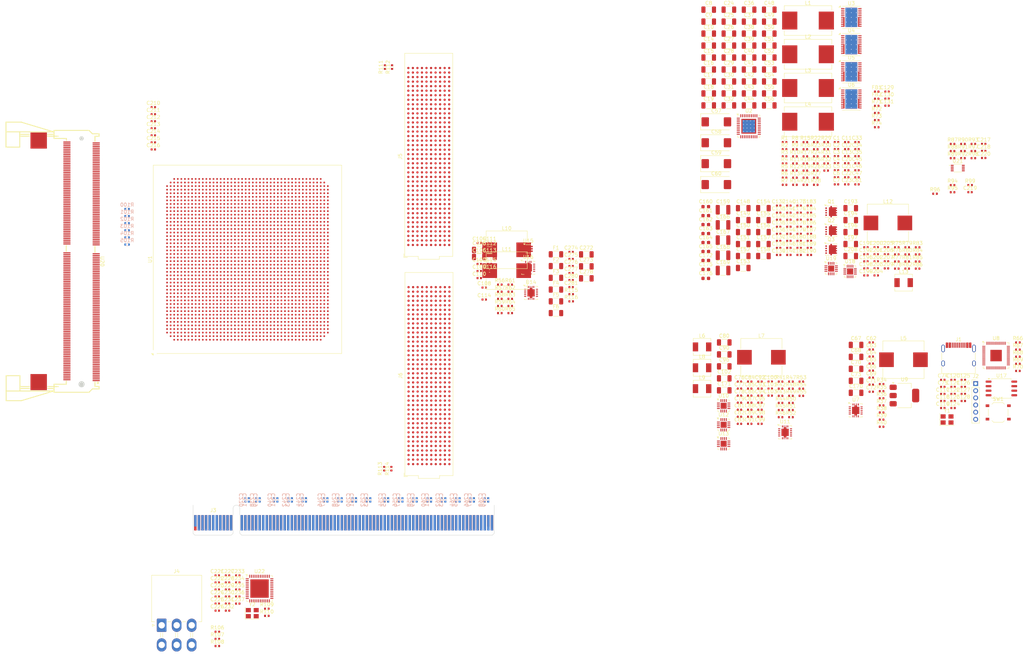
<source format=kicad_pcb>
(kicad_pcb (version 20240108) (generator "pcbnew") (generator_version "8.0")
  (title_block (title "FPGA CANDELABRA"))
  (layers (0 "F.Cu" signal) (1 "In1.Cu" signal) (2 "In2.Cu" signal) (3 "In3.Cu" signal) (4 "In4.Cu" signal) (5 "In5.Cu" signal) (6 "In6.Cu" signal) (31 "B.Cu" signal) (34 "B.Paste" user) (35 "F.Paste" user) (36 "B.SilkS" user "B.Silkscreen") (37 "F.SilkS" user "F.Silkscreen") (38 "B.Mask" user) (39 "F.Mask" user) (44 "Edge.Cuts" user))
  (net 0 "")
  (net 1 "Earth")
  (net 2 "/Power VCCINT/IMON")
  (net 3 "Net-(C2-Pad1)")
  (net 4 "/Power VCCINT/VREF")
  (net 5 "/Power VCCINT/COMP")
  (net 6 "Net-(U3-BOOT)")
  (net 7 "Net-(U3-BOOTR)")
  (net 8 "/Power VCCINT/FET_TAO")
  (net 9 "+12V")
  (net 10 "/Power VCCINT/V3R3")
  (net 11 "/Power VCCINT/V5")
  (net 12 "/Power VCCINT/VIN")
  (net 13 "VCCINT")
  (net 14 "+5V")
  (net 15 "Net-(U4-BOOTR)")
  (net 16 "Net-(U4-BOOT)")
  (net 17 "Net-(U5-BOOT)")
  (net 18 "Net-(U5-BOOTR)")
  (net 19 "Net-(U6-BOOT)")
  (net 20 "Net-(U6-BOOTR)")
  (net 21 "/Power VCCINT/ENABLE")
  (net 22 "Net-(U7-SS{slash}TR)")
  (net 23 "Net-(C63-Pad1)")
  (net 24 "Net-(U7-COMP)")
  (net 25 "Net-(C65-Pad2)")
  (net 26 "Net-(U7-BOOT)")
  (net 27 "Net-(U7-VSENSE)")
  (net 28 "+3.3VAUX")
  (net 29 "DVDD_MCU")
  (net 30 "Net-(U10-SS{slash}TR)")
  (net 31 "VCCAUX")
  (net 32 "Net-(U11-SS{slash}TR)")
  (net 33 "Net-(C83-Pad1)")
  (net 34 "Net-(U11-COMP)")
  (net 35 "Net-(C85-Pad2)")
  (net 36 "Net-(U11-BOOT)")
  (net 37 "Net-(U11-VSENSE)")
  (net 38 "MGTAVTT")
  (net 39 "Net-(U12-SS{slash}TR)")
  (net 40 "MGTAVCC")
  (net 41 "Net-(U13-SS{slash}TR)")
  (net 42 "MGTVCCAUX")
  (net 43 "FMC0_VADJ")
  (net 44 "Net-(U16-SS{slash}TR)")
  (net 45 "FMC1_VADJ")
  (net 46 "Net-(U8-XIN)")
  (net 47 "Net-(U8-XOUT)")
  (net 48 "VCCADC")
  (net 49 "GNDA")
  (net 50 "Net-(C191-Pad1)")
  (net 51 "Net-(Q2-D)")
  (net 52 "Net-(C192-Pad2)")
  (net 53 "DDR4_VDDQ")
  (net 54 "DDR4_VTT")
  (net 55 "DDR4_VREF")
  (net 56 "Net-(U19-SS{slash}TR)")
  (net 57 "DDR4_VPP")
  (net 58 "/SYSMON MCU/MCU_USB_D+")
  (net 59 "Net-(J1-CC2)")
  (net 60 "/SYSMON MCU/MCU_USB_D-")
  (net 65 "Net-(J1-CC1)")
  (net 66 "/SYSMON MCU/MCU_SWDIO")
  (net 67 "/SYSMON MCU/MCU_U1TXD")
  (net 68 "/SYSMON MCU/MCU_SWCLK")
  (net 69 "/SYSMON MCU/MCU_U1RXD")
  (net 70 "Net-(U3-SW)")
  (net 71 "Net-(U4-SW)")
  (net 72 "Net-(U5-SW)")
  (net 73 "Net-(U6-SW)")
  (net 74 "Net-(L6-Pad1)")
  (net 75 "Net-(L8-Pad1)")
  (net 76 "Net-(L9-Pad1)")
  (net 77 "Net-(L13-Pad1)")
  (net 78 "Net-(Q1-G)")
  (net 79 "Net-(Q2-G)")
  (net 80 "/Power VCCINT/VDIV_F_IMAX")
  (net 81 "/Power VCCINT/VDIV_SLEW_MODE")
  (net 82 "/Power VCCINT/VDIV_ADDR_TRISE")
  (net 83 "/Power VCCINT/VDIV_OCL_R")
  (net 84 "/Power VCCINT/ISUM")
  (net 85 "/Power VCCINT/VDIV_VBOOT")
  (net 86 "Net-(R11-Pad2)")
  (net 87 "/Power VCCINT/VDIV_O_USR")
  (net 88 "/Power VCCINT/VR_RDY")
  (net 89 "/Power VCCINT/~{VR_FAULT}")
  (net 90 "/Power VCCINT/~{VR_HOT}")
  (net 91 "/Power VCCINT/FET_FCCM")
  (net 92 "/Power VCCINT/VSP")
  (net 93 "/Power VCCINT/VSN")
  (net 94 "Net-(U3-LSET)")
  (net 95 "Net-(U4-LSET)")
  (net 96 "Net-(U5-LSET)")
  (net 97 "Net-(U6-LSET)")
  (net 98 "/System Clock/SEC_REF-")
  (net 99 "/Power VCCINT/~{PMB_ALERT}")
  (net 100 "/System Clock/SEC_REF+")
  (net 101 "Net-(U7-RT{slash}CLK)")
  (net 102 "/Power Supply Main/5V_MAIN_EN")
  (net 103 "/Power Supply Main/5V_MAIN_PG")
  (net 104 "/Power FPGA/VCCAUX_PG")
  (net 105 "Net-(U10-FB)")
  (net 106 "/Power FPGA/MGTAVCC_PG")
  (net 107 "Net-(U12-FB)")
  (net 108 "Net-(U11-RT{slash}CLK)")
  (net 109 "/Power FPGA/MGTAVTT_EN")
  (net 110 "/Power FPGA/MGTAVTT_PG")
  (net 111 "/Power FPGA/MGTVCCAUX_PG")
  (net 112 "Net-(U13-FB)")
  (net 113 "Net-(U14-SS{slash}TR)")
  (net 114 "Net-(C107-Pad1)")
  (net 115 "/SYSMON MCU/QSPI_CS")
  (net 116 "Net-(R66-Pad2)")
  (net 117 "Net-(U8-USB_DP)")
  (net 118 "Net-(U8-USB_DM)")
  (net 119 "/FPGA Power/RCAL_LC")
  (net 120 "/FPGA Power/RREF_LC")
  (net 121 "/FPGA Power/RREF_LS")
  (net 122 "/FPGA Power/RCAL_LS")
  (net 123 "/FPGA Power/RREF_RC")
  (net 124 "/FPGA Power/RCAL_RC")
  (net 125 "/FPGA Power/RCAL_RS")
  (net 126 "/FPGA Power/RREF_RS")
  (net 127 "Net-(U14-COMP)")
  (net 128 "Net-(U18-VBST)")
  (net 129 "Net-(U14-BOOT)")
  (net 130 "Net-(U18-REFIN)")
  (net 131 "Net-(U18-VREF)")
  (net 132 "Net-(R80-Pad1)")
  (net 133 "Net-(U18-MODE)")
  (net 134 "Net-(U18-TRIP)")
  (net 135 "Net-(C110-Pad2)")
  (net 136 "Net-(U19-FB)")
  (net 147 "Net-(U1E-VCCO_64[8]-PadAM23)")
  (net 157 "Net-(U21-EN)")
  (net 161 "Net-(U22-REG_CAP)")
  (net 168 "DDR4_VDDSPD")
  (net 180 "/System Clock/PDN")
  (net 184 "Net-(U1C-VCCO_62[7]-PadAM33)")
  (net 190 "/System Clock/RESET_N")
  (net 197 "/System Clock/Y0+")
  (net 200 "/System Clock/QSFP0_CLK+")
  (net 202 "/SYSMON MCU/~{SYS_RST}")
  (net 205 "/System Clock/QSFP0_CLK-")
  (net 227 "/System Clock/Y0-")
  (net 228 "Net-(U1J-VCCO_69[6]-PadF31)")
  (net 232 "Net-(U1K-VCCO_70[7]-PadA36)")
  (net 241 "/System Clock/Y1+")
  (net 259 "Net-(U1G-VCCO_66[6]-PadAL16)")
  (net 261 "/System Clock/QSFP1_CLK+")
  (net 295 "Net-(U1D-VCCO_63[6]-PadAB33)")
  (net 296 "/System Clock/Y1-")
  (net 306 "/System Clock/QSFP1_CLK-")
  (net 312 "/System Clock/Y2+")
  (net 329 "/System Clock/QSFP2_CLK+")
  (net 331 "/System Clock/Y2-")
  (net 351 "/System Clock/QSFP2_CLK-")
  (net 354 "Net-(U1H-VCCO_67[6]-PadAM13)")
  (net 363 "/System Clock/QSFP3_CLK+")
  (net 407 "/System Clock/Y3+")
  (net 429 "/System Clock/QSFP3_CLK-")
  (net 452 "/System Clock/Y3-")
  (net 456 "/FPGA IO SLR3/DDR_CLK+")
  (net 463 "/System Clock/Y4+")
  (net 483 "/System Clock/Y4-")
  (net 509 "/FPGA IO SLR3/DDR_CLK-")
  (net 520 "Net-(U1L-VCCO_71[6]-PadC30)")
  (net 522 "/System Clock/SYS_CLK+")
  (net 524 "Net-(U1I-VCCO_68[3]-PadBC10)")
  (net 527 "/System Clock/Y5+")
  (net 557 "/System Clock/Y5-")
  (net 558 "/System Clock/SYS_CLK-")
  (net 578 "Net-(U1F-VCCO_65[6]-PadAL26)")
  (net 582 "/PCIE.PER0+")
  (net 590 "/PCIE Edge Conn/PER0+")
  (net 609 "/PCIE Edge Conn/PER0-")
  (net 633 "/IPMI_SDA")
  (net 642 "/PCIE.PER0-")
  (net 664 "/PCIE Edge Conn/PER1+")
  (net 677 "/PCIE.PER1+")
  (net 683 "Net-(U1B-VCCO_61[6]-PadAN30)")
  (net 695 "/PCIE Edge Conn/PER1-")
  (net 729 "/PCIE.PER1-")
  (net 739 "/IPMI_SCL")
  (net 750 "Net-(U1A-VCCO_0[2]-PadAD13)")
  (net 793 "/PCIE Edge Conn/PER2+")
  (net 797 "/PCIE.PER2+")
  (net 827 "/PCIE.PER2-")
  (net 839 "/PCIE Edge Conn/PER2-")
  (net 850 "/SPD_I2C_SDA")
  (net 854 "/PCIE.PER3+")
  (net 862 "/PCIE Edge Conn/PER3+")
  (net 871 "/PCIE.PER3-")
  (net 872 "/PCIE Edge Conn/PER3-")
  (net 912 "/PCIE.PER4+")
  (net 930 "/PCIE Edge Conn/PER4+")
  (net 932 "/SPD_I2C_SCL")
  (net 949 "/PCIE.PER4-")
  (net 976 "/PCIE Edge Conn/PER4-")
  (net 981 "/PCIE Edge Conn/PER5+")
  (net 1002 "/PCIE.PER5+")
  (net 1012 "/PCIE Edge Conn/PER5-")
  (net 1036 "/PCIE.PER5-")
  (net 1043 "/PCIE.PER6+")
  (net 1047 "/PCIE Edge Conn/PER6+")
  (net 1049 "/PCIE.PER6-")
  (net 1059 "/PCIE Edge Conn/PER6-")
  (net 1079 "/PCIE.PER7+")
  (net 1095 "/PCIE Edge Conn/PER7+")
  (net 1101 "/PCIE.PER7-")
  (net 1123 "/PCIE Edge Conn/PER7-")
  (net 1130 "/PCIE.PER8+")
  (net 1133 "Net-(U2-~{RESET})")
  (net 1139 "/PCIE Edge Conn/PER8+")
  (net 1141 "/PCIE Edge Conn/PER8-")
  (net 1149 "Net-(U1M-VREF_72)")
  (net 1185 "/PCIE.PER8-")
  (net 1202 "/PCIE Edge Conn/PER9+")
  (net 1207 "/PCIE.PER9+")
  (net 1210 "/PCIE Edge Conn/PER9-")
  (net 1219 "/PCIE.PER9-")
  (net 1244 "/PCIE.PER10+")
  (net 1269 "/Power VCCINT/FET3_PWM")
  (net 1270 "/Power VCCINT/FET4_PWM")
  (net 1271 "/Power VCCINT/FET3_IOUT")
  (net 1273 "/Power VCCINT/FET1_PWM")
  (net 1274 "Net-(U1N-VREF_73)")
  (net 1275 "/Power VCCINT/FET4_IOUT")
  (net 1276 "/Power VCCINT/FET1_IOUT")
  (net 1277 "/Power VCCINT/FET2_PWM")
  (net 1278 "/Power VCCINT/FET2_IOUT")
  (net 1281 "/SYSMON MCU/QSPI_D1")
  (net 1291 "/SYSMON MCU/QSPI_D0")
  (net 1292 "/SYSMON MCU/QSPI_D3")
  (net 1297 "/SYSMON MCU/QSPI_D2")
  (net 1301 "/SYSMON MCU/QSPI_CLK")
  (net 1303 "/SYSMON MCU/~{RST_IN}")
  (net 1313 "/Power FPGA/VCCAUX_EN")
  (net 1314 "/Power FPGA/MGTAVCC_EN")
  (net 1315 "/Power FPGA/MGTVCCAUX_EN")
  (net 1316 "/PCIE Edge Conn/PER10+")
  (net 1317 "/PCIE.PER10-")
  (net 1318 "/PCIE Edge Conn/PER10-")
  (net 1319 "/PCIE.PER11+")
  (net 1320 "/PCIE Edge Conn/PER11+")
  (net 1321 "/PCIE Edge Conn/PER11-")
  (net 1322 "/PCIE.PER11-")
  (net 1323 "/PCIE Edge Conn/PER12+")
  (net 1324 "/PCIE.PER12+")
  (net 1325 "/PCIE Edge Conn/PER12-")
  (net 1326 "/PCIE.PER12-")
  (net 1327 "/PCIE.PER13+")
  (net 1328 "/PCIE Edge Conn/PER13+")
  (net 1329 "/PCIE.PER13-")
  (net 1330 "Net-(U1O-VREF_74)")
  (net 1331 "/PCIE Edge Conn/PER13-")
  (net 1332 "/PCIE Edge Conn/PER14+")
  (net 1333 "/PCIE.PER14+")
  (net 1334 "/PCIE.PER14-")
  (net 1335 "/PCIE Edge Conn/PER14-")
  (net 1336 "/PCIE Edge Conn/PER15+")
  (net 1337 "/PCIE.PER15+")
  (net 1338 "/PCIE.PER15-")
  (net 1339 "/PCIE Edge Conn/PER15-")
  (net 1340 "/PCIE Edge Conn/REFCLK+")
  (net 1341 "/PCIE.REFCLK+")
  (net 1342 "/PCIE Edge Conn/REFCLK-")
  (net 1343 "/PCIE.REFCLK-")
  (net 1346 "PCIE_12V_IN")
  (net 1348 "/PCIE.PET10+")
  (net 1349 "/PCIE.PET8-")
  (net 1350 "/PCIE.PET12+")
  (net 1354 "/PCIE.PET7+")
  (net 1355 "/PCIE.PET4-")
  (net 1359 "/PCIE.PET7-")
  (net 1362 "/PCIE.PET10-")
  (net 1364 "/PCIE.PET15+")
  (net 1365 "/DDR4 SODIMM/SA1")
  (net 1367 "/PCIE Edge Conn/PRSNT")
  (net 1368 "/PCIE.PET14-")
  (net 1369 "/PCIE.PET5-")
  (net 1370 "/PCIE.PET9-")
  (net 1371 "/PCIE.PET2+")
  (net 1373 "/PCIE.PET1+")
  (net 1375 "/FPGA IO SLR3/VRP_72")
  (net 1377 "/PCIE.PET1-")
  (net 1378 "/PCIE.PET12-")
  (net 1380 "/PCIE.PET9+")
  (net 1382 "/PCIE.PET13+")
  (net 1383 "/PCIE.PET0+")
  (net 1384 "/PCIE.PET8+")
  (net 1385 "/PCIE.PET11+")
  (net 1388 "/PCIE.PET14+")
  (net 1389 "/PCIE.PET6-")
  (net 1390 "/PCIE.PET3+")
  (net 1391 "/DDR4 SODIMM/SA2")
  (net 1393 "/PCIE.PET6+")
  (net 1394 "/PCIE.PET13-")
  (net 1395 "/PCIE.PET0-")
  (net 1398 "/DDR4 SODIMM/SA0")
  (net 1399 "/PCIE.PET3-")
  (net 1400 "/PCIE.PET2-")
  (net 1401 "/PCIE.PET4+")
  (net 1404 "/PCIE.PET5+")
  (net 1405 "/PCIE.PET15-")
  (net 1406 "/PCIE.PET11-")
  (net 1407 "MOLEX_12V")
  (net 1408 "/MGMT_SCL")
  (net 1409 "/MGMT_SDA")
  (net 1410 "/DDR4 SODIMM/DDR4.RESET_n")
  (net 1411 "/System Clock/AD0")
  (net 1412 "/System Clock/AD1")
  (net 1413 "/DDR4.DQ63")
  (net 1414 "/DDR4.A4")
  (net 1415 "/FPGA IO SLR3/VRP_73")
  (net 1416 "/FPGA IO SLR3/VRP_74")
  (net 1417 "/DDR4.DQ47")
  (net 1418 "/DDR4.DQ16")
  (net 1419 "/DDR4.DQ14")
  (net 1420 "/DDR4.DQ19")
  (net 1421 "/DDR4.CB2")
  (net 1422 "/DDR4.DQ35")
  (net 1423 "/DDR4.DQS2-")
  (net 1424 "/DDR4.DQS1-")
  (net 1425 "/DDR4.A3")
  (net 1426 "/DDR4.A15")
  (net 1427 "/DDR4.A0")
  (net 1428 "/DDR4.DM0")
  (net 1429 "/DDR4.DQ36")
  (net 1430 "/DDR4.DQ44")
  (net 1431 "/DDR4.CB5")
  (net 1432 "/DDR4.A14")
  (net 1433 "/DDR4.CKE0")
  (net 1434 "/DDR4.DQ59")
  (net 1435 "/DDR4.DQ53")
  (net 1436 "/DDR4.A1")
  (net 1437 "/DDR4.DQ9")
  (net 1438 "/DDR4.CK0+")
  (net 1439 "/DDR4.DQ23")
  (net 1440 "/DDR4.DM6")
  (net 1441 "/DDR4.DQ43")
  (net 1442 "/DDR4.CK1-")
  (net 1443 "/DDR4.DQ46")
  (net 1444 "/DDR4.CS1")
  (net 1445 "/DDR4.DQ10")
  (net 1446 "/DDR4.CKE1")
  (net 1447 "/DDR4.DQ8")
  (net 1448 "/DDR4.DQ5")
  (net 1449 "/DDR4.DM8")
  (net 1450 "/DDR4.DQ61")
  (net 1451 "/DDR4.DQS2+")
  (net 1452 "/DDR4.DQ30")
  (net 1453 "/DDR4.DQ33")
  (net 1454 "/DDR4.DQS8+")
  (net 1455 "/DDR4.DQ26")
  (net 1456 "/DDR4.DM5")
  (net 1457 "/DDR4.A7")
  (net 1459 "/DDR4.DQ2")
  (net 1460 "/DDR4.DQ21")
  (net 1461 "/DDR4.DQ17")
  (net 1462 "/DDR4.DQS8-")
  (net 1463 "/DDR4.DQ32")
  (net 1464 "/DDR4.CK1+")
  (net 1465 "/DDR4.DQ58")
  (net 1466 "/DDR4.DM2")
  (net 1467 "/DDR4.DQ0")
  (net 1468 "/DDR4.DQ42")
  (net 1469 "/DDR4.DQS3+")
  (net 1470 "/DDR4.DQ1")
  (net 1471 "/DDR4.DQ39")
  (net 1472 "/DDR4.DQ31")
  (net 1473 "/DDR4.A11")
  (net 1474 "/DDR4.DQ34")
  (net 1475 "/DDR4.DQ15")
  (net 1476 "/DDR4.DQS6+")
  (net 1477 "/DDR4.A10")
  (net 1478 "/DDR4.DQ18")
  (net 1479 "/DDR4.CB3")
  (net 1480 "/DDR4.CB1")
  (net 1481 "/DDR4.DQ7")
  (net 1482 "/DDR4.DQS7-")
  (net 1483 "/DDR4.DQ54")
  (net 1484 "/DDR4.DM4")
  (net 1485 "/DDR4.BG0")
  (net 1486 "/DDR4.A16")
  (net 1487 "/DDR4.CK0-")
  (net 1488 "/DDR4.A5")
  (net 1489 "/DDR4.DQ24")
  (net 1490 "/DDR4.A9")
  (net 1491 "/DDR4.DQ52")
  (net 1492 "/DDR4.DQ49")
  (net 1493 "/DDR4.DQS4+")
  (net 1494 "/DDR4.DQS7+")
  (net 1495 "/DDR4.CS3")
  (net 1496 "/DDR4.BG1")
  (net 1497 "/DDR4.CB0")
  (net 1498 "/DDR4.CB7")
  (net 1499 "/DDR4.DQ29")
  (net 1500 "/DDR4.A6")
  (net 1501 "/DDR4.DQ48")
  (net 1502 "/DDR4.DQ37")
  (net 1503 "/DDR4.A8")
  (net 1504 "/DDR4.DQ38")
  (net 1505 "/DDR4.DQ13")
  (net 1506 "/DDR4.DQS3-")
  (net 1507 "/DDR4.DM7")
  (net 1508 "/DDR4.DQ56")
  (net 1509 "/DDR4.DQ57")
  (net 1510 "/DDR4.DQ22")
  (net 1511 "/DDR4.A12")
  (net 1512 "/DDR4.ODT1")
  (net 1513 "/DDR4.DQ62")
  (net 1514 "/DDR4.DQ45")
  (net 1515 "/DDR4.DM3")
  (net 1516 "/DDR4.DQ40")
  (net 1517 "/DDR4.DQ27")
  (net 1518 "/DDR4.DQ4")
  (net 1519 "/DDR4.BA0")
  (net 1520 "/DDR4.CB6")
  (net 1521 "/DDR4.DQS0+")
  (net 1522 "/DDR4.DQ12")
  (net 1523 "/DDR4.DQS6-")
  (net 1524 "/DDR4.DQ55")
  (net 1525 "/DDR4.DQ50")
  (net 1526 "/DDR4.DQS5+")
  (net 1527 "/DDR4.ODT0")
  (net 1528 "/DDR4.DQ51")
  (net 1529 "/DDR4.CS0")
  (net 1530 "/DDR4.DQ20")
  (net 1531 "/DDR4.DQ25")
  (net 1532 "/DDR4.DQ11")
  (net 1533 "/DDR4.DQ28")
  (net 1534 "/DDR4.DM1")
  (net 1535 "/DDR4.DQ6")
  (net 1536 "/DDR4.DQS4-")
  (net 1537 "/DDR4.DQ60")
  (net 1538 "/DDR4.BA1")
  (net 1539 "/DDR4.A13")
  (net 1540 "/DDR4.DQS0-")
  (net 1541 "/DDR4.DQ3")
  (net 1542 "/DDR4.DQS5-")
  (net 1543 "/DDR4.CB4")
  (net 1544 "/DDR4.A2")
  (net 1545 "/DDR4.DQS1+")
  (net 1546 "/DDR4.DQ41")
  (net 1547 "/DDR4.CS2")
  (net 1548 "/DDR4.PARITY")
  (net 1549 "/DDR4 SODIMM/DDR4.ALERT_n")
  (net 1550 "/DDR4 SODIMM/DDR4.ACT_n")
  (net 1561 "/FMC HPC 0/FMC.HA07-")
  (net 1562 "/FMC HPC 0/FMC.DP0_C2M+")
  (net 1563 "/FMC HPC 0/FMC.HB14-")
  (net 1564 "/FMC HPC 0/FMC.SCL")
  (net 1565 "/FMC HPC 0/FMC.CLK2_BID+")
  (net 1566 "/FMC HPC 0/FMC.LA06-")
  (net 1567 "/FMC HPC 0/FMC.LA19+")
  (net 1568 "/FMC HPC 0/FMC.LA05-")
  (net 1569 "/FMC HPC 0/FMC.HB07-")
  (net 1570 "/FMC HPC 0/FMC.HA14-")
  (net 1571 "/FMC HPC 0/FMC.HB14+")
  (net 1572 "/FMC HPC 0/FMC.HA12-")
  (net 1573 "/FMC HPC 0/FMC.HB04+")
  (net 1574 "/FMC HPC 0/FMC.HB21+")
  (net 1575 "/FMC HPC 0/FMC.LA04+")
  (net 1576 "/FMC HPC 0/FMC.LA18_CC-")
  (net 1577 "/FMC HPC 0/FMC.LA26+")
  (net 1578 "/FMC HPC 0/FMC.LA13+")
  (net 1579 "/FMC HPC 0/FMC.HA04+")
  (net 1580 "/FMC HPC 0/FMC.HB13-")
  (net 1581 "/FMC HPC 0/FMC.HB00_CC-")
  (net 1582 "/FMC HPC 0/FMC.HB17_CC-")
  (net 1583 "FMC_VADJ")
  (net 1584 "/FMC HPC 0/FMC.HB09+")
  (net 1585 "/FMC HPC 0/FMC.LA26-")
  (net 1586 "/FMC HPC 0/FMC.CLK3_BID-")
  (net 1587 "/FMC HPC 0/FMC.CLK1_M2C-")
  (net 1588 "/FMC HPC 0/FMC.LA24+")
  (net 1589 "/FMC HPC 0/FMC.TMS")
  (net 1590 "/FMC HPC 0/FMC.HB01+")
  (net 1591 "/FMC HPC 0/FMC.HA16+")
  (net 1592 "/FMC HPC 0/FMC.CLK1_M2C+")
  (net 1593 "/FMC HPC 0/FMC.LA01_CC+")
  (net 1594 "/FMC HPC 0/FMC.DP0_C2M-")
  (net 1595 "/FMC HPC 0/FMC.LA33-")
  (net 1596 "/FMC HPC 0/FMC.HA23+")
  (net 1597 "/FMC HPC 0/FMC.HB11-")
  (net 1598 "FMC0_12P0V")
  (net 1599 "/FMC HPC 0/FMC.HA21+")
  (net 1600 "/FMC HPC 0/FMC.HB03-")
  (net 1601 "Net-(C274-Pad1)")
  (net 1602 "FMC0_3P3V")
  (net 1603 "/FMC HPC 0/FMC.DP8_M2C+")
  (net 1604 "/FMC HPC 0/FMC.LA30+")
  (net 1605 "/FMC HPC 0/FMC.GBTCLK0-")
  (net 1606 "/FMC HPC 0/FMC.HA22-")
  (net 1607 "/FMC HPC 0/FMC.HB08+")
  (net 1608 "/FMC HPC 0/FMC.LA05+")
  (net 1609 "/FMC HPC 0/FMC.HB08-")
  (net 1610 "/FMC HPC 0/FMC.LA12-")
  (net 1611 "/FMC HPC 0/FMC.TDI")
  (net 1612 "/FMC HPC 0/FMC.LA04-")
  (net 1613 "/FMC HPC 0/FMC.DP9_C2M+")
  (net 1614 "/FMC HPC 0/FMC.DP5_M2C-")
  (net 1615 "/FMC HPC 0/FMC.DP2_M2C+")
  (net 1616 "/FMC HPC 0/FMC.HB16-")
  (net 1617 "/FMC HPC 0/FMC.HA05+")
  (net 1618 "/FMC HPC 0/FMC.GBTCLK1+")
  (net 1619 "/FMC HPC 0/FMC.HB00_CC+")
  (net 1620 "/FMC HPC 0/FMC.CLK_DIR")
  (net 1621 "/FMC HPC 0/FMC.HA22+")
  (net 1622 "/FMC HPC 0/FMC.LA08+")
  (net 1623 "/FMC HPC 0/FMC.LA13-")
  (net 1624 "/FMC HPC 0/FMC.HA06-")
  (net 1625 "/FMC HPC 0/FMC.DP9_C2M-")
  (net 1626 "/FMC HPC 0/FMC.LA31-")
  (net 1627 "/FMC HPC 0/FMC.HB13+")
  (net 1628 "/FMC HPC 0/FMC.TDO")
  (net 1629 "/FMC HPC 0/FMC.HB05+")
  (net 1630 "/FMC HPC 0/FMC.HB02-")
  (net 1631 "/FMC HPC 0/FMC.HA05-")
  (net 1632 "/FMC HPC 0/FMC.HB03+")
  (net 1633 "/FMC HPC 0/FMC.DP3_M2C+")
  (net 1634 "/FMC HPC 0/FMC.LA20+")
  (net 1635 "/FMC HPC 0/FMC.LA11-")
  (net 1636 "/FMC HPC 0/FMC.LA14+")
  (net 1637 "/FMC HPC 0/FMC.DP7_C2M-")
  (net 1638 "/FMC HPC 0/FMC.HA06+")
  (net 1639 "/FMC HPC 0/FMC.LA29-")
  (net 1640 "/FMC HPC 0/FMC.LA21+")
  (net 1641 "/FMC HPC 0/FMC.HA19+")
  (net 1642 "/FMC HPC 0/FMC.HB19+")
  (net 1643 "/FMC HPC 0/FMC.DP5_M2C+")
  (net 1644 "/FMC HPC 0/FMC.LA30-")
  (net 1645 "/FMC HPC 0/FMC.HB15-")
  (net 1646 "/FMC HPC 0/FMC.LA15-")
  (net 1647 "/FMC HPC 0/FMC.HA09+")
  (net 1648 "/FMC HPC 0/FMC.HB17_CC+")
  (net 1649 "/FMC HPC 0/FMC.LA29+")
  (net 1650 "/FMC HPC 0/FMC.LA24-")
  (net 1651 "/FMC HPC 0/FMC.HB18+")
  (net 1652 "/FMC HPC 0/FMC.HA19-")
  (net 1653 "/FMC HPC 0/FMC.HB10-")
  (net 1654 "/FMC HPC 0/FMC.LA00_CC-")
  (net 1655 "/FMC HPC 0/FMC.LA07+")
  (net 1656 "/FMC HPC 0/FMC.DP6_M2C-")
  (net 1657 "/FMC HPC 0/FMC.HB02+")
  (net 1658 "/FMC HPC 0/FMC.CLK3_BID+")
  (net 1659 "/FMC HPC 0/FMC.LA32+")
  (net 1660 "/FMC HPC 0/FMC.HA12+")
  (net 1661 "/FMC HPC 0/FMC.LA28-")
  (net 1662 "/FMC HPC 0/FMC.HA08+")
  (net 1663 "/FMC HPC 0/FMC.LA22-")
  (net 1664 "/FMC HPC 0/FMC.HB10+")
  (net 1665 "/FMC HPC 0/FMC.LA01_CC-")
  (net 1666 "/FMC HPC 0/FMC.HA01_CC-")
  (net 1667 "/FMC HPC 0/FMC.LA28+")
  (net 1668 "/FMC HPC 0/FMC.LA17_CC+")
  (net 1669 "/FMC HPC 0/FMC.HA17_CC-")
  (net 1670 "/FMC HPC 0/FMC.HA13-")
  (net 1671 "/FMC HPC 0/FMC.DP7_C2M+")
  (net 1672 "/FMC HPC 0/FMC.HB05-")
  (net 1673 "/FMC HPC 0/FMC.LA09-")
  (net 1674 "/FMC HPC 0/FMC.HB06_CC-")
  (net 1675 "/FMC HPC 0/FMC.HA04-")
  (net 1676 "/FMC HPC 0/FMC.HB07+")
  (net 1677 "/FMC HPC 0/FMC.LA10-")
  (net 1678 "Net-(U16-COMP)")
  (net 1679 "/FMC HPC 0/FMC.HB04-")
  (net 1680 "/FMC HPC 0/FMC.HA00_CC+")
  (net 1681 "/FMC HPC 0/FMC.LA03+")
  (net 1682 "/FMC HPC 0/GA1")
  (net 1683 "/FMC HPC 0/FMC.HA11-")
  (net 1684 "/FMC HPC 0/FMC.HB15+")
  (net 1685 "/FMC HPC 0/FMC.LA00_CC+")
  (net 1686 "/FMC HPC 0/FMC.HA23-")
  (net 1687 "/FMC HPC 0/FMC.HB16+")
  (net 1688 "/FMC HPC 0/FMC.LA10+")
  (net 1689 "/FMC HPC 0/FMC.HB12-")
  (net 1690 "/FMC HPC 0/FMC.HA11+")
  (net 1691 "/FMC HPC 0/FMC.LA16-")
  (net 1692 "/FMC HPC 0/FMC.DP1_M2C-")
  (net 1693 "/FMC HPC 0/FMC.DP2_M2C-")
  (net 1694 "/FMC HPC 0/FMC.HA07+")
  (net 1695 "/FMC HPC 0/FMC.LA15+")
  (net 1696 "/FMC HPC 0/FMC.DP0_M2C+")
  (net 1697 "/FMC HPC 0/FMC.DP5_C2M+")
  (net 1698 "/FMC HPC 0/FMC.DP1_C2M+")
  (net 1699 "/FMC HPC 0/FMC.LA17_CC-")
  (net 1700 "/FMC HPC 0/FMC.LA27-")
  (net 1701 "/FMC HPC 0/FMC.LA25-")
  (net 1702 "/FMC HPC 0/FMC.DP9_M2C+")
  (net 1703 "/FMC HPC 0/FMC.HA02+")
  (net 1704 "/FMC HPC 0/FMC.~{TRST}")
  (net 1705 "/FMC HPC 0/FMC.LA32-")
  (net 1706 "/FMC HPC 0/FMC.HA14+")
  (net 1707 "/FMC HPC 0/GA0")
  (net 1708 "/FMC HPC 0/FMC.LA21-")
  (net 1709 "/FMC HPC 0/FMC.LA16+")
  (net 1710 "/FMC HPC 0/FMC.DP6_C2M-")
  (net 1711 "/FMC HPC 0/FMC.HA15-")
  (net 1712 "/FMC HPC 0/FMC.GBTCLK1-")
  (net 1713 "/FMC HPC 0/FMC.HB19-")
  (net 1714 "/FMC HPC 0/FMC.LA20-")
  (net 1715 "/FMC HPC 0/FMC.DP4_M2C-")
  (net 1716 "/FMC HPC 0/FMC.DP0_M2C-")
  (net 1717 "/FMC HPC 0/FMC.DP8_C2M-")
  (net 1718 "/FMC HPC 0/FMC.DP7_M2C-")
  (net 1719 "/FMC HPC 0/FMC.HA08-")
  (net 1720 "/FMC HPC 0/FMC.DP4_C2M+")
  (net 1721 "/FMC HPC 0/FMC.HA18+")
  (net 1722 "/FMC HPC 0/FMC.DP3_M2C-")
  (net 1723 "/FMC HPC 0/FMC.HB01-")
  (net 1724 "/FMC HPC 0/FMC.LA23-")
  (net 1725 "/FMC HPC 0/FMC.CLK2_BID-")
  (net 1726 "/FMC HPC 0/FMC.DP6_C2M+")
  (net 1727 "/FMC HPC 0/FMC.LA22+")
  (net 1728 "/FMC HPC 0/FMC.GBTCLK0+")
  (net 1729 "/FMC HPC 0/FMC.CLK0_M2C-")
  (net 1730 "/FMC HPC 0/FMC.PG_C2M")
  (net 1731 "/FMC HPC 0/FMC.HA20+")
  (net 1732 "/FMC HPC 0/FMC.HA03-")
  (net 1733 "/FMC HPC 0/FMC.HA01_CC+")
  (net 1734 "/FMC HPC 0/FMC.HA20-")
  (net 1735 "/FMC HPC 0/FMC.HB12+")
  (net 1736 "/FMC HPC 0/FMC.SDA")
  (net 1737 "/FMC HPC 0/FMC.LA02-")
  (net 1738 "/FMC HPC 0/FMC.LA14-")
  (net 1739 "/FMC HPC 0/FMC.PG_M2C")
  (net 1740 "/FMC HPC 0/FMC.LA23+")
  (net 1741 "/FMC HPC 0/FMC.LA27+")
  (net 1742 "/FMC HPC 0/FMC.HB18-")
  (net 1743 "/FMC HPC 0/FMC.HA03+")
  (net 1744 "/FMC HPC 0/FMC.DP8_C2M+")
  (net 1745 "/FMC HPC 0/FMC.TCK")
  (net 1746 "/FMC HPC 0/FMC.HB20+")
  (net 1747 "/FMC HPC 0/FMC.HA09-")
  (net 1748 "/FMC HPC 0/FMC.DP1_M2C+")
  (net 1749 "/FMC HPC 0/FMC.DP3_C2M+")
  (net 1750 "/FMC HPC 0/FMC.HB09-")
  (net 1751 "/FMC HPC 0/FMC.HA21-")
  (net 1752 "/FMC HPC 0/FMC.LA06+")
  (net 1753 "/FMC HPC 0/FMC.LA12+")
  (net 1755 "/FMC HPC 0/FMC.LA09+")
  (net 1756 "/FMC HPC 0/FMC.HA10-")
  (net 1757 "/FMC HPC 0/FMC.DP3_C2M-")
  (net 1758 "/FMC HPC 0/FMC.HB11+")
  (net 1759 "/FMC HPC 0/FMC.HA02-")
  (net 1760 "/FMC HPC 0/FMC.LA33+")
  (net 1761 "/FMC HPC 0/FMC.LA18_CC+")
  (net 1762 "/FMC HPC 0/FMC.DP5_C2M-")
  (net 1763 "/FMC HPC 0/FMC.DP4_C2M-")
  (net 1764 "/FMC HPC 0/FMC.~{PRSNT_M2C}")
  (net 1765 "/FMC HPC 0/FMC.LA08-")
  (net 1766 "/FMC HPC 0/FMC.DP1_C2M-")
  (net 1767 "/FMC HPC 0/FMC.HA16-")
  (net 1768 "/FMC HPC 0/FMC.HA18-")
  (net 1769 "/FMC HPC 0/FMC.DP4_M2C+")
  (net 1770 "/FMC HPC 0/FMC.DP6_M2C+")
  (net 1771 "/FMC HPC 0/FMC.HA00_CC-")
  (net 1772 "/FMC HPC 0/FMC.HA13+")
  (net 1773 "/FMC HPC 0/FMC.CLK0_M2C+")
  (net 1774 "/FMC HPC 0/FMC.DP2_C2M-")
  (net 1775 "/FMC HPC 0/FMC.LA31+")
  (net 1776 "/FMC HPC 0/FMC.DP7_M2C+")
  (net 1777 "/FMC HPC 0/FMC.HB06_CC+")
  (net 1778 "/FMC HPC 0/FMC.LA25+")
  (net 1779 "/FMC HPC 0/FMC.HB21-")
  (net 1780 "/FMC HPC 0/FMC.LA03-")
  (net 1781 "/FMC HPC 0/FMC.HA17_CC+")
  (net 1782 "/FMC HPC 0/FMC.LA11+")
  (net 1783 "/FMC HPC 0/FMC.LA07-")
  (net 1784 "/FMC HPC 0/FMC.HB20-")
  (net 1785 "/FMC HPC 0/FMC.HA10+")
  (net 1786 "/FMC HPC 0/FMC.DP9_M2C-")
  (net 1787 "/FMC HPC 0/FMC.LA19-")
  (net 1788 "/FMC HPC 0/FMC.HA15+")
  (net 1789 "/FMC HPC 0/FMC.DP2_C2M+")
  (net 1790 "/FMC HPC 0/FMC.LA02+")
  (net 1791 "/FMC HPC 0/FMC.DP8_M2C-")
  (net 1792 "/FMC HPC 1/FMC.SDA")
  (net 1793 "/FMC HPC 1/FMC.DP0_C2M+")
  (net 1794 "/FMC HPC 1/FMC.DP5_M2C-")
  (net 1795 "/FMC HPC 1/FMC.HA08-")
  (net 1796 "/FMC HPC 1/FMC.DP8_M2C+")
  (net 1797 "/FMC HPC 1/FMC.HA07+")
  (net 1798 "/FMC HPC 1/FMC.HA01_CC-")
  (net 1799 "/FMC HPC 1/FMC.LA23+")
  (net 1800 "/FMC HPC 1/FMC.LA13+")
  (net 1801 "/FMC HPC 1/FMC.LA09-")
  (net 1802 "/FMC HPC 1/FMC.DP6_M2C-")
  (net 1803 "/FMC HPC 1/FMC.HA11-")
  (net 1804 "/FMC HPC 1/FMC.HA08+")
  (net 1805 "/FMC HPC 1/FMC.LA27+")
  (net 1806 "/FMC HPC 1/FMC.LA21-")
  (net 1807 "/FMC HPC 1/FMC.HB00_CC+")
  (net 1808 "/FMC HPC 1/FMC.HA19-")
  (net 1809 "/FMC HPC 1/FMC.LA22-")
  (net 1810 "/FMC HPC 1/FMC.LA26+")
  (net 1811 "/FMC HPC 1/FMC.LA03-")
  (net 1812 "/FMC HPC 1/FMC.HA16+")
  (net 1813 "/FMC HPC 1/FMC.HB12-")
  (net 1814 "/FMC HPC 1/FMC.HB08-")
  (net 1815 "/FMC HPC 1/FMC.LA33-")
  (net 1816 "/FMC HPC 1/FMC.DP8_C2M+")
  (net 1817 "/FMC HPC 1/FMC.HB02-")
  (net 1818 "/FMC HPC 1/FMC.HA13-")
  (net 1819 "/FMC HPC 1/FMC.LA16-")
  (net 1820 "/FMC HPC 1/FMC.HA06+")
  (net 1821 "/FMC HPC 1/FMC.LA30+")
  (net 1822 "/FMC HPC 1/FMC.HA10-")
  (net 1823 "/FMC HPC 1/FMC.HA18-")
  (net 1824 "/FMC HPC 1/FMC.PG_M2C")
  (net 1825 "/FMC HPC 1/FMC.HB14-")
  (net 1826 "/FMC HPC 1/FMC.HB06_CC+")
  (net 1827 "/FMC HPC 1/FMC.HA13+")
  (net 1828 "/FMC HPC 1/FMC.HA10+")
  (net 1829 "/FMC HPC 1/FMC.DP2_C2M-")
  (net 1830 "/FMC HPC 1/FMC.LA07+")
  (net 1831 "/FMC HPC 1/FMC.DP2_M2C-")
  (net 1832 "/FMC HPC 1/FMC.GBTCLK1-")
  (net 1833 "/FMC HPC 1/FMC.HB07+")
  (net 1834 "/FMC HPC 1/FMC.HB16+")
  (net 1835 "/FMC HPC 1/FMC.LA02+")
  (net 1836 "/FMC HPC 1/FMC.LA22+")
  (net 1837 "/FMC HPC 1/FMC.HA02+")
  (net 1838 "/FMC HPC 1/FMC.DP7_C2M-")
  (net 1839 "/FMC HPC 1/FMC.LA23-")
  (net 1840 "/FMC HPC 1/FMC.HB18+")
  (net 1841 "/FMC HPC 1/FMC.HA12+")
  (net 1842 "/FMC HPC 1/FMC.LA26-")
  (net 1843 "/FMC HPC 1/FMC.DP9_C2M-")
  (net 1844 "/FMC HPC 1/FMC.DP2_M2C+")
  (net 1845 "/FMC HPC 1/FMC.LA21+")
  (net 1846 "/FMC HPC 1/FMC.HA04-")
  (net 1847 "/FMC HPC 1/FMC.LA01_CC-")
  (net 1848 "/FMC HPC 1/FMC.HB00_CC-")
  (net 1849 "/FMC HPC 1/FMC.DP3_C2M-")
  (net 1850 "/FMC HPC 1/FMC.HA02-")
  (net 1851 "/FMC HPC 1/FMC.DP9_C2M+")
  (net 1852 "/FMC HPC 1/FMC.~{PRSNT_M2C}")
  (net 1853 "/FMC HPC 1/FMC.SCL")
  (net 1854 "/FMC HPC 1/GA0")
  (net 1855 "/FMC HPC 1/FMC.~{TRST}")
  (net 1856 "/FMC HPC 1/FMC.HB04+")
  (net 1857 "/FMC HPC 1/FMC.LA08+")
  (net 1858 "/FMC HPC 1/FMC.LA24-")
  (net 1859 "/FMC HPC 1/FMC.DP1_M2C+")
  (net 1860 "/FMC HPC 1/FMC.HB13+")
  (net 1861 "/FMC HPC 1/FMC.HA05+")
  (net 1862 "/FMC HPC 1/FMC.LA11+")
  (net 1863 "/FMC HPC 1/FMC.DP3_C2M+")
  (net 1864 "/FMC HPC 1/FMC.HA19+")
  (net 1865 "/FMC HPC 1/FMC.HA00_CC-")
  (net 1866 "/FMC HPC 1/FMC.HB13-")
  (net 1867 "/FMC HPC 1/FMC.HA22-")
  (net 1868 "/FMC HPC 1/FMC.LA06-")
  (net 1869 "/FMC HPC 1/FMC.HA05-")
  (net 1870 "/FMC HPC 1/FMC.DP2_C2M+")
  (net 1871 "/FMC HPC 1/FMC.HA09+")
  (net 1872 "/FMC HPC 1/FMC.LA11-")
  (net 1873 "/FMC HPC 1/FMC.LA25-")
  (net 1874 "/FMC HPC 1/FMC.LA16+")
  (net 1875 "/FMC HPC 1/FMC.LA17_CC+")
  (net 1876 "/FMC HPC 1/FMC.LA18_CC-")
  (net 1877 "/FMC HPC 1/FMC.DP1_M2C-")
  (net 1878 "/FMC HPC 1/FMC.DP8_C2M-")
  (net 1879 "/FMC HPC 1/FMC.HB01-")
  (net 1880 "/FMC HPC 1/FMC.HB14+")
  (net 1881 "/FMC HPC 1/FMC.LA08-")
  (net 1882 "/FMC HPC 1/FMC.LA18_CC+")
  (net 1883 "/FMC HPC 1/FMC.HA00_CC+")
  (net 1884 "/FMC HPC 1/FMC.HA16-")
  (net 1885 "/FMC HPC 1/FMC.DP9_M2C-")
  (net 1886 "/FMC HPC 1/FMC.HA17_CC-")
  (net 1887 "/FMC HPC 1/FMC.LA09+")
  (net 1888 "/FMC HPC 1/FMC.HA11+")
  (net 1889 "/FMC HPC 1/FMC.LA24+")
  (net 1890 "/FMC HPC 1/FMC.GBTCLK0+")
  (net 1891 "/FMC HPC 1/FMC.TDO")
  (net 1892 "/FMC HPC 1/FMC.LA00_CC-")
  (net 1893 "/FMC HPC 1/FMC.LA15-")
  (net 1894 "/FMC HPC 1/FMC.CLK0_M2C-")
  (net 1895 "/FMC HPC 1/FMC.LA29+")
  (net 1896 "/FMC HPC 1/FMC.TDI")
  (net 1897 "/FMC HPC 1/FMC.DP8_M2C-")
  (net 1898 "/FMC HPC 1/FMC.DP0_C2M-")
  (net 1899 "/FMC HPC 1/FMC.HB11-")
  (net 1900 "/FMC HPC 1/FMC.HB03-")
  (net 1901 "/FMC HPC 1/FMC.HB21+")
  (net 1902 "/FMC HPC 1/FMC.LA32-")
  (net 1903 "/FMC HPC 1/FMC.HA20+")
  (net 1904 "/FMC HPC 1/FMC.LA31-")
  (net 1905 "/FMC HPC 1/FMC.DP9_M2C+")
  (net 1906 "/FMC HPC 1/FMC.LA04+")
  (net 1907 "/FMC HPC 1/FMC.HB02+")
  (net 1908 "/FMC HPC 1/FMC.CLK2_BID-")
  (net 1909 "/FMC HPC 1/FMC.LA19-")
  (net 1910 "/FMC HPC 1/FMC.LA12+")
  (net 1911 "/FMC HPC 1/FMC.HB17_CC-")
  (net 1912 "/FMC HPC 1/FMC.HA03+")
  (net 1913 "/FMC HPC 1/FMC.GBTCLK0-")
  (net 1914 "/FMC HPC 1/FMC.TCK")
  (net 1915 "/FMC HPC 1/FMC.HA03-")
  (net 1916 "/FMC HPC 1/FMC.LA27-")
  (net 1917 "/FMC HPC 1/FMC.HA17_CC+")
  (net 1918 "/FMC HPC 1/FMC.DP7_M2C+")
  (net 1919 "/FMC HPC 1/FMC.CLK3_BID-")
  (net 1920 "/FMC HPC 1/FMC.LA10-")
  (net 1921 "/FMC HPC 1/FMC.LA20-")
  (net 1922 "/FMC HPC 1/FMC.LA20+")
  (net 1923 "/FMC HPC 1/FMC.TMS")
  (net 1924 "/FMC HPC 1/FMC.CLK2_BID+")
  (net 1925 "/FMC HPC 1/FMC.HB06_CC-")
  (net 1926 "/FMC HPC 1/FMC.LA04-")
  (net 1927 "/FMC HPC 1/FMC.HB20+")
  (net 1928 "/FMC HPC 1/FMC.DP6_C2M-")
  (net 1929 "/FMC HPC 1/FMC.HA15-")
  (net 1930 "/FMC HPC 1/FMC.LA15+")
  (net 1931 "/FMC HPC 1/FMC.HA06-")
  (net 1932 "/FMC HPC 1/FMC.LA28+")
  (net 1933 "/FMC HPC 1/FMC.HB09-")
  (net 1934 "/FMC HPC 1/FMC.LA01_CC+")
  (net 1935 "/FMC HPC 1/FMC.DP0_M2C-")
  (net 1936 "/FMC HPC 1/FMC.HA23-")
  (net 1937 "/FMC HPC 1/FMC.LA30-")
  (net 1938 "/FMC HPC 1/FMC.LA19+")
  (net 1939 "/FMC HPC 1/FMC.HA04+")
  (net 1940 "/FMC HPC 1/FMC.LA32+")
  (net 1941 "/FMC HPC 1/FMC.HB10-")
  (net 1942 "/FMC HPC 1/FMC.HA21-")
  (net 1943 "/FMC HPC 1/FMC.LA31+")
  (net 1944 "/FMC HPC 1/FMC.PG_C2M")
  (net 1945 "/FMC HPC 1/FMC.HA23+")
  (net 1946 "/FMC HPC 1/FMC.DP1_C2M+")
  (net 1947 "/FMC HPC 1/FMC.HA22+")
  (net 1948 "/FMC HPC 1/FMC.HA09-")
  (net 1949 "/FMC HPC 1/FMC.HA15+")
  (net 1950 "/FMC HPC 1/FMC.DP5_C2M-")
  (net 1951 "/FMC HPC 1/FMC.HB19-")
  (net 1952 "/FMC HPC 1/FMC.LA29-")
  (net 1953 "/FMC HPC 1/FMC.HA14+")
  (net 1954 "/FMC HPC 1/FMC.DP4_M2C+")
  (net 1955 "/FMC HPC 1/FMC.HB09+")
  (net 1956 "/FMC HPC 1/FMC.LA14+")
  (net 1957 "/FMC HPC 1/FMC.DP6_M2C+")
  (net 1958 "/FMC HPC 1/FMC.HB16-")
  (net 1959 "/FMC HPC 1/FMC.DP6_C2M+")
  (net 1960 "/FMC HPC 1/FMC.HB11+")
  (net 1961 "/FMC HPC 1/FMC.HB17_CC+")
  (net 1962 "/FMC HPC 1/FMC.HB03+")
  (net 1963 "/FMC HPC 1/FMC.LA06+")
  (net 1964 "/FMC HPC 1/FMC.HA21+")
  (net 1965 "/FMC HPC 1/FMC.HA01_CC+")
  (net 1966 "/FMC HPC 1/FMC.GBTCLK1+")
  (net 1967 "/FMC HPC 1/FMC.LA10+")
  (net 1968 "/FMC HPC 1/FMC.HB05+")
  (net 1969 "/FMC HPC 1/FMC.HB20-")
  (net 1970 "/FMC HPC 1/FMC.LA14-")
  (net 1971 "/FMC HPC 1/FMC.HA12-")
  (net 1972 "/FMC HPC 1/FMC.CLK_DIR")
  (net 1973 "/FMC HPC 1/FMC.DP3_M2C+")
  (net 1974 "/FMC HPC 1/FMC.LA03+")
  (net 1975 "/FMC HPC 1/FMC.HB18-")
  (net 1976 "/FMC HPC 1/FMC.HA07-")
  (net 1977 "/FMC HPC 1/FMC.HB07-")
  (net 1978 "/FMC HPC 1/FMC.LA25+")
  (net 1979 "/FMC HPC 1/FMC.DP7_C2M+")
  (net 1980 "/FMC HPC 1/FMC.DP0_M2C+")
  (net 1981 "/FMC HPC 1/FMC.HB08+")
  (net 1982 "/FMC HPC 1/FMC.DP1_C2M-")
  (net 1983 "/FMC HPC 1/FMC.HB01+")
  (net 1984 "/FMC HPC 1/FMC.HB04-")
  (net 1985 "/FMC HPC 1/FMC.LA05-")
  (net 1986 "/FMC HPC 1/FMC.LA02-")
  (net 1987 "/FMC HPC 1/FMC.DP4_M2C-")
  (net 1988 "/FMC HPC 1/FMC.DP4_C2M+")
  (net 1989 "/FMC HPC 1/FMC.LA13-")
  (net 1990 "/FMC HPC 1/FMC.CLK1_M2C+")
  (net 1991 "/FMC HPC 1/FMC.CLK0_M2C+")
  (net 1992 "/FMC HPC 1/FMC.HA14-")
  (net 1993 "/FMC HPC 1/FMC.DP5_M2C+")
  (net 1994 "/FMC HPC 1/FMC.HA20-")
  (net 1995 "/FMC HPC 1/FMC.HB12+")
  (net 1996 "/FMC HPC 1/FMC.HB15-")
  (net 1997 "/FMC HPC 1/FMC.HB19+")
  (net 1999 "/FMC HPC 1/FMC.HB10+")
  (net 2000 "/FMC HPC 1/FMC.CLK1_M2C-")
  (net 2001 "/FMC HPC 1/FMC.HA18+")
  (net 2002 "/FMC HPC 1/FMC.LA17_CC-")
  (net 2003 "/FMC HPC 1/FMC.LA07-")
  (net 2004 "/FMC HPC 1/FMC.HB05-")
  (net 2005 "/FMC HPC 1/FMC.HB15+")
  (net 2006 "/FMC HPC 1/FMC.DP7_M2C-")
  (net 2007 "/FMC HPC 1/FMC.LA00_CC+")
  (net 2008 "/FMC HPC 1/FMC.HB21-")
  (net 2009 "/FMC HPC 1/FMC.LA33+")
  (net 2010 "/FMC HPC 1/FMC.LA12-")
  (net 2011 "/FMC HPC 1/FMC.DP5_C2M+")
  (net 2012 "/FMC HPC 1/FMC.LA05+")
  (net 2013 "/FMC HPC 1/FMC.LA28-")
  (net 2014 "/FMC HPC 1/FMC.DP3_M2C-")
  (net 2015 "/FMC HPC 1/FMC.CLK3_BID+")
  (net 2016 "/FMC HPC 1/FMC.DP4_C2M-")
  (net 2017 "/FMC HPC 1/GA1")
  (net 2018 "Net-(U16-BOOT)")
  (net 2019 "Net-(C277-Pad2)")
  (net 2020 "FMC_3P3V")
  (net 2021 "Net-(U16-VSENSE)")
  (net 2022 "FMC1_12P0V")
  (net 2023 "FMC1_3P3V")
  (net 2024 "/FMC HPC 0/VREF_A")
  (net 2025 "/FMC HPC 0/VIO_B")
  (net 2026 "/FMC HPC 0/VREF_B")
  (net 2027 "/FMC HPC 1/VIO_B")
  (net 2028 "/FMC HPC 1/VREF_B")
  (net 2029 "/FMC HPC 1/VREF_A")
  (net 2030 "/Power FMC/FMC_VADJ_PG")
  (net 2031 "Net-(U14-RT{slash}CLK)")
  (net 2032 "/Power FMC/FMC_EN")
  (net 2033 "Net-(U15-W)")
  (net 2034 "/Power FMC/VADJ_FB")
  (net 2035 "Net-(U16-RT{slash}CLK)")
  (net 2036 "/Power SODIMM/DDR4_EN")
  (net 2037 "/Power SODIMM/DDR4_VDDQ_PG")
  (net 2038 "/Power SODIMM/DDR4_VPP_PG")
  (net 2039 "/Power FMC/FMC_3P3V_PG")
  (footprint "Resistor_SMD:R_0402_1005Metric" (layer "F.Cu") (at 212.39 139.42)
    (property "Reference" "R49")
    (property "Value" "49.9k")
  )
  (footprint "Resistor_SMD:R_0402_1005Metric" (layer "F.Cu") (at 213.51 72.4)
    (property "Reference" "R10")
    (property "Value" "56k")
  )
  (footprint "Capacitor_SMD:C_0402_1005Metric" (layer "F.Cu") (at 208.94 94.08)
    (property "Reference" "C136")
    (property "Value" "10uF 6.3V")
  )
  (footprint "Resistor_SMD:R_0402_1005Metric" (layer "F.Cu") (at 212.39 137.43)
    (property "Reference" "R48")
    (property "Value" "100k")
  )
  (footprint "Capacitor_SMD:C_0402_1005Metric" (layer "F.Cu") (at 230.87 74.32)
    (property "Reference" "C45")
    (property "Value" "1uF")
  )
  (footprint "Resistor_SMD:R_0402_1005Metric" (layer "F.Cu") (at 219.33 70.41)
    (property "Reference" "R23")
    (property "Value" "1R")
  )
  (footprint "Capacitor_SMD:C_0402_1005Metric" (layer "F.Cu") (at 197.98 145.28)
    (property "Reference" "C82")
    (property "Value" "2.2nF")
  )
  (footprint "Capacitor_SMD:C_1206_3216Metric" (layer "F.Cu") (at 229.12 96.94)
    (property "Reference" "C197")
    (property "Value" "22uF 25V")
  )
  (footprint "Capacitor_SMD:C_1206_3216Metric" (layer "F.Cu") (at 204.68 96.94)
    (property "Reference" "C157")
    (property "Value" "100uF 6.3V")
  )
  (footprint "Capacitor_SMD:C_0402_1005Metric" (layer "F.Cu") (at 233.38 97.84)
    (property "Reference" "C191")
    (property "Value" "100nF")
  )
  (footprint "Inductor_SMD:L_Sunlord_MWSA0402S" (layer "F.Cu") (at 187.52 125.725)
    (property "Reference" "L6")
    (property "Value" "MWSA0402S-2R2MT")
  )
  (footprint "Capacitor_SMD:C_0402_1005Metric" (layer "F.Cu") (at 200.85 145.28)
    (property "Reference" "C89")
    (property "Value" "1uF")
  )
  (footprint "Capacitor_SMD:C_1206_3216Metric" (layer "F.Cu") (at 230.61 138.57)
    (property "Reference" "C170")
    (property "Value" "22uF 25V")
  )
  (footprint "Capacitor_SMD:C_0402_1005Metric" (layer "F.Cu") (at 225.13 76.29)
    (property "Reference" "C5")
    (property "Value" "100nF")
  )
  (footprint "Connector_PinHeader_2.00mm:PinHeader_1x06_P2.00mm_Vertical" (layer "F.Cu") (at 264.09 135.99)
    (property "Reference" "J2")
    (property "Value" "DNP/MCU_DEBUG")
  )
  (footprint "Capacitor_SMD:C_0402_1005Metric" (layer "F.Cu") (at 214.68 96.05)
    (property "Reference" "C180")
    (property "Value" "4.7uF 10V")
  )
  (footprint "Resistor_SMD:R_0402_1005Metric" (layer "F.Cu") (at 260.53 70.91)
    (property "Reference" "R91")
    (property "Value" "2.2k")
  )
  (footprint "Capacitor_SMD:C_1206_3216Metric" (layer "F.Cu") (at 155.1225 103.19)
    (property "Reference" "C273")
    (property "Value" "22uF 25V")
  )
  (footprint "Capacitor_SMD:C_0402_1005Metric" (layer "F.Cu") (at 228 80.23)
    (property "Reference" "C23")
    (property "Value" "4.7nF")
  )
  (footprint "Capacitor_SMD:C_0402_1005Metric" (layer "F.Cu") (at 125.155 106.46)
    (property "Reference" "C110")
    (property "Value" "100nF")
  )
  (footprint "Capacitor_SMD:C_0402_1005Metric" (layer "F.Cu") (at 266.33 70.88)
    (property "Reference" "C218")
    (property "Value" "100nF")
  )
  (footprint "Capacitor_SMD:C_0402_1005Metric" (layer "F.Cu") (at 262.51 82.42)
    (property "Reference" "C219")
    (property "Value" "100nF")
  )
  (footprint "Capacitor_SMD:C_0402_1005Metric" (layer "F.Cu") (at 239.28 58.22)
    (property "Reference" "C131")
    (property "Value" "470nF")
  )
  (footprint "Capacitor_SMD:C_0402_1005Metric" (layer "F.Cu") (at 230.87 68.41)
    (property "Reference" "C33")
    (property "Value" "1uF")
  )
  (footprint "Capacitor_SMD:C_0402_1005Metric" (layer "F.Cu") (at 228 68.41)
    (property "Reference" "C11")
    (property "Value" "1uF")
  )
  (footprint "Capacitor_SMD:C_1206_3216Metric" (layer "F.Cu") (at 206.32 54.79)
    (property "Reference" "C55")
    (property "Value" "100uF 6.3V")
  )
  (footprint "Resistor_SMD:R_0402_1005Metric" (layer "F.Cu") (at 216.42 78.37)
    (property "Reference" "R20")
    (property "Value" "10k")
  )
  (footprint "Button_Switch_SMD:SW_Push_1P1T_XKB_TS-1187A" (layer "F.Cu") (at 270.39 144.06)
    (property "Reference" "SW1")
    (property "Value" "TS-1187A")
  )
  (footprint "Resistor_SMD:R_0402_1005Metric" (layer "F.Cu") (at 216.42 76.38)
    (property "Reference" "R19")
    (property "Value" "10k")
  )
  (footprint "Resistor_SMD:R_0402_1005Metric" (layer "F.Cu") (at 133.825 116.26)
    (property "Reference" "R65")
    (property "Value" "DNP/10k")
  )
  (footprint "Capacitor_SMD:C_0402_1005Metric" (layer "F.Cu") (at 208.94 98.02)
    (property "Reference" "C138")
    (property "Value" "10uF 6.3V")
  )
  (footprint "Capacitor_SMD:C_0402_1005Metric" (layer "F.Cu") (at 200.85 143.31)
    (property "Reference" "C88")
    (property "Value" "220pF")
  )
  (footprint "Capacitor_SMD:C_0402_1005Metric" (layer "F.Cu") (at 260.63 136.92)
    (property "Reference" "C126")
    (property "Value" "100nF")
  )
  (footprint "Capacitor_SMD:C_1206_3216Metric" (layer "F.Cu") (at 195.02 54.79)
    (property "Reference" "C31")
    (property "Value" "100uF 6.3V")
  )
  (footprint "Connector_Molex:Molex_Mini-Fit_Jr_5569-06A2_2x03_P4.20mm_Horizontal" (layer "F.Cu") (at 36.27 203.63)
    (property "Reference" "J4")
    (property "Value" "Molex 45558-0003")
  )
  (footprint "Capacitor_SMD:C_0603_1608Metric" (layer "F.Cu") (at 188.55 101.53)
    (property "Reference" "C172")
    (property "Value" "47uF 6.3V")
  )
  (footprint "Capacitor_SMD:C_0402_1005Metric" (layer "F.Cu") (at 200.85 147.25)
    (property "Reference" "C91")
    (property "Value" "100nF")
  )
  (footprint "Capacitor_SMD:C_0402_1005Metric" (layer "F.Cu") (at 125.155 96.61)
    (property "Reference" "C104")
    (property "Value" "2.2nF")
  )
  (footprint "Capacitor_SMD:C_1206_3216Metric" (layer "F.Cu") (at 195.02 31.34)
    (property "Reference" "C24")
    (property "Value" "100uF 6.3V")
  )
  (footprint "Capacitor_SMD:C_0402_1005Metric" (layer "F.Cu") (at 200.85 135.43)
    (property "Reference" "C84")
    (property "Value" "47pF")
  )
  (footprint "Capacitor_SMD:C_0402_1005Metric" (layer "F.Cu") (at 206.59 139.37)
    (property "Reference" "C103")
    (property "Value" "100nF")
  )
  (footprint "Resistor_SMD:R_1206_3216Metric" (layer "F.Cu") (at 146.6225 99.81)
    (property "Reference" "F1")
    (property "Value" "16V 1.5A Polyfuse")
  )
  (footprint "Capacitor_SMD:C_1206_3216Metric" (layer "F.Cu") (at 206.32 51.44)
    (property "Reference" "C54")
    (property "Value" "100uF 6.3V")
  )
  (footprint "Resistor_SMD:R_0402_1005Metric" (layer "F.Cu") (at 237.76 148.07)
    (property "Reference" "R40")
    (property "Value" "6.8k")
  )
  (footprint "Capacitor_SMD:C_0402_1005Metric" (layer "F.Cu") (at 236.25 97.84)
    (property "Reference" "C200")
    (property "Value" "4.7uF 10V")
  )
  (footprint "Capacitor_SMD:C_0402_1005Metric" (layer "F.Cu") (at 150.8625 99.15)
    (property "Reference" "C274")
    (property "Value" "22nF")
  )
  (footprint "Capacitor_SMD:C_0402_1005Metric" (layer "F.Cu") (at 51.83 191.66)
    (property "Reference" "C222")
    (property "Value" "4.7pF")
  )
  (footprint "Capacitor_SMD:C_0402_1005Metric" (layer "F.Cu") (at 225.13 72.35)
    (property "Reference" "C3")
    (property "Value" "12pF")
  )
  (footprint "Capacitor_SMD:C_1206_3216Metric" (layer "F.Cu") (at 230.61 128.52)
    (property "Reference" "C68")
    (property "Value" "22uF 25V")
  )
  (footprint "Resistor_SMD:R_0402_1005Metric" (layer "F.Cu") (at 210.6 68.42)
    (property "Reference" "R1")
    (property "Value" "39k")
  )
  (footprint "Resistor_SMD:R_1206_3216Metric" (layer "F.Cu") (at 146.6225 103.1)
    (property "Reference" "F2")
    (property "Value" "16V 1.5A Polyfuse")
  )
  (footprint "Capacitor_SMD:C_0402_1005Metric" (layer "F.Cu") (at 51.83 197.57)
    (property "Reference" "C225")
    (property "Value" "100nF")
  )
  (footprint "Resistor_SMD:R_0402_1005Metric" (layer "F.Cu") (at 222.24 74.39)
    (property "Reference" "R32")
    (property "Value" "10k")
  )
  (footprint "Capacitor_SMD:C_0402_1005Metric" (layer "F.Cu") (at 228 72.35)
    (property "Reference" "C13")
    (property "Value" "1uF")
  )
  (footprint "Capacitor_SMD:C_0402_1005Metric" (layer "F.Cu") (at 257.76 140.86)
    (property "Reference" "C123")
    (property "Value" "100nF")
  )
  (footprint "Capacitor_SMD:C_0402_1005Metric" (layer "F.Cu") (at 239.28 54.28)
    (property "Reference" "C129")
    (property "Value" "100nF")
  )
  (footprint "Capacitor_SMD:C_0402_1005Metric" (layer "F.Cu") (at 254.89 142.83)
    (property "Reference" "C119")
    (property "Value" "100nF")
  )
  (footprint "Capacitor_SMD:C_0402_1005Metric" (layer "F.Cu") (at 234.87 130.39)
    (property "Reference" "C65")
    (property "Value" "100nF")
  )
  (footprint "Capacitor_SMD:C_0402_1005Metric" (layer "F.Cu") (at 225.13 78.26)
    (property "Reference" "C6")
    (property "Value" "1nF")
  )
  (footprint "Resistor_SMD:R_0402_1005Metric" (layer "F.Cu") (at 150.8825 112.97)
    (property "Reference" "R116")
    (property "Value" "22k")
  )
  (footprint "Resistor_SMD:R_0402_1005Metric" (layer "F.Cu") (at 236.39 60.26)
    (property "Reference" "R72")
    (property "Value" "100R 0.1%")
  )
  (footprint "Capacitor_SMD:C_1206_3216Metric" (layer "F.Cu") (at 200.67 38.04)
    (property "Reference" "C38")
    (property "Value" "100uF 6.3V")
  )
  (footprint "Resistor_SMD:R_0402_1005Metric" (layer "F.Cu") (at 210.6 76.38)
    (property "Reference" "R5")
    (property "Value" "27k")
  )
  (footprint "CHIPSAlliance_Package_DFN_QFN:AO_DFN3x3A_8L_EP1_P_DFN-10-1EP_3x3mm_P0.65mm_EP1.98x2.45mm" (layer "F.Cu") (at 223.64 87.87)
    (property "Reference" "Q1")
    (property "Value" "AON7544")
  )
  (footprint "Resistor_SMD:R_0402_1005Metric" (layer "F.Cu") (at 98.76 47.41 90)
    (property "Reference" "R111")
    (property "Value" "0R")
  )
  (footprint "Capacitor_SMD:C_0402_1005Metric" (layer "F.Cu") (at 128.025 104.49)
    (property "Reference" "C116")
    (property "Value" "100nF")
  )
  (footprint "Capacitor_SMD:C_1206_3216Metric" (layer "F.Cu") (at 206.32 44.74)
    (property "Reference" "C52")
    (property "Value" "100uF 6.3V")
  )
  (footprint "Capacitor_SMD:C_0402_1005Metric" (layer "F.Cu") (at 54.7 199.54)
    (property "Reference" "C232")
    (property "Value" "100nF")
  )
  (footprint "Capacitor_SMD:C_1206_3216Metric" (layer "F.Cu") (at 206.32 48.09)
    (property "Reference" "C53")
    (property "Value" "22uF 25V")
  )
  (footprint "Capacitor_SMD:C_0402_1005Metric" (layer "F.Cu") (at 125.155 104.49)
    (property "Reference" "C109")
    (property "Value" "47pF")
  )
  (footprint "Capacitor_SMD:C_0402_1005Metric" (layer "F.Cu") (at 128.025 96.61)
    (property "Reference" "C111")
    (property "Value" "2.2nF")
  )
  (footprint "Resistor_SMD:R_0402_1005Metric" (layer "F.Cu") (at 216.42 72.4)
    (property "Reference" "R17")
    (property "Value" "27k")
  )
  (footprint "Capacitor_SMD:C_1206_3216Metric" (layer "F.Cu") (at 199.03 100.29)
    (property "Reference" "C152")
    (property "Value" "100uF 6.3V")
  )
  (footprint "Capacitor_SMD:C_0402_1005Metric" (layer "F.Cu") (at 234.87 138.27)
    (property "Reference" "C72")
    (property "Value" "4.7uF 10V")
  )
  (footprint "Capacitor_SMD:C_0402_1005Metric" (layer "F.Cu") (at 211.81 88.17)
    (property "Reference" "C141")
    (property "Value" "10uF 6.3V")
  )
  (footprint "Capacitor_SMD:C_0402_1005Metric" (layer "F.Cu") (at 228 74.32)
    (property "Reference" "C20")
    (property "Value" "1uF")
  )
  (footprint "Capacitor_SMD:C_0402_1005Metric" (layer "F.Cu") (at 51.83 193.63)
    (property "Reference" "C223")
    (property "Value" "10uF 6.3V")
  )
  (footprint "Capacitor_SMD:C_1206_3216Metric" (layer "F.Cu") (at 230.61 131.87)
    (property "Reference" "C70")
    (property "Value" "22uF 25V")
  )
  (footprint "Resistor_SMD:R_0402_1005Metric" (layer "F.Cu") (at 209.48 143.4)
    (property "Reference" "R45")
    (property "Value" "12k")
  )
  (footprint "Capacitor_SMD:C_0402_1005Metric" (layer "F.Cu") (at 214.68 99.99)
    (property "Reference" "C182")
    (property "Value" "4.7uF 10V")
  )
  (footprint "Capacitor_SMD:C_1206_3216Metric" (layer "F.Cu") (at 195.02 38.04)
    (property "Reference" "C26")
    (property "Value" "100uF 6.3V")
  )
  (footprint "Resistor_SMD:R_0402_1005Metric" (layer "F.Cu") (at 209.48 139.42)
    (property "Reference" "R43")
    (property "Value" "12k")
  )
  (footprint "Capacitor_SMD:C_0402_1005Metric" (layer "F.Cu") (at 33.94 68.49)
    (property "Reference" "C215")
    (property "Value" "100nF")
  )
  (footprint "CHIPSAlliance_Package_DFN_QFN:Texas_VQFN-RHL-14" (layer "F.Cu") (at 138.865 103.59)
    (property "Reference" "U16")
    (property "Value" "TPS54821")
  )
  (footprint "Capacitor_SMD:C_1206_3216Metric" (layer "F.Cu") (at 200.67 44.74)
    (property "Reference" "C40")
    (property "Value" "100uF 6.3V")
  )
  (footprint "Resistor_SMD:R_0402_1005Metric" (layer "F.Cu") (at 65.71 201)
    (property "Reference" "R110")
    (property "Value" "1k")
  )
  (footprint "Inductor_SMD:L_Sunlord_MWSA1004S" (layer "F.Cu") (at 239.52 91.035)
    (property "Reference" "L12")
    (property "Value" "MWSA1004S-1R0MT")
  )
  (footprint "Capacitor_SMD:C_0402_1005Metric" (layer "F.Cu") (at 214.68 98.02)
    (property "Reference" "C181")
    (property "Value" "4.7uF 10V")
  )
  (footprint "Capacitor_SMD:C_0402_1005Metric" (layer "F.Cu") (at 208.94 90.14)
    (property "Reference" "C134")
    (property "Value" "10uF 6.3V")
  )
  (footprint "Resistor_SMD:R_0402_1005Metric" (layer "F.Cu") (at 209.48 145.39)
    (property "Reference" "R46")
    (property "Value" "51k")
  )
  (footprint "Capacitor_SMD:C_0402_1005Metric" (layer "F.Cu") (at 233.38 101.78)
    (property "Reference" "C195")
    (property "Value" "100nF")
  )
  (footprint "Resistor_SMD:R_0402_1005Metric" (layer "F.Cu") (at 237.76 138.12)
    (property "Reference" "R35")
    (property "Value" "2.2k")
  )
  (footprint "Resistor_SMD:R_0402_1005Metric" (layer "F.Cu") (at 263.44 70.91)
    (property "Reference" "R97")
    (property "Value" "10k")
  )
  (footprint "Capacitor_SMD:C_0402_1005Metric" (layer "F.Cu") (at 236.25 101.78)
    (property "Reference" "C202")
    (property "Value" "4.7uF 10V")
  )
  (footprint "Inductor_SMD:L_Sunlord_MWSA0402S" (layer "F.Cu") (at 187.52 137.405)
    (property "Reference" "L9")
    (property "Value" "MWSA0402S-2R2MT")
  )
  (footprint "Resistor_SMD:R_0402_1005Metric" (layer "F.Cu") (at 257.62 70.91)
    (property "Reference" "R88")
    (property "Value" "2.2k")
  )
  (footprint "Resistor_SMD:R_0402_1005Metric" (layer "F.Cu") (at 213.51 76.38)
    (property "Reference" "R12")
    (property "Value" "15k")
  )
  (footprint "Resistor_SMD:R_0402_1005Metric" (layer "F.Cu") (at 209.48 135.44)
    (property "Reference" "R41")
    (property "Value" "10k")
  )
  (footprint "Capacitor_SMD:C_0402_1005Metric" (layer "F.Cu") (at 260.63 138.89)
    (property "Reference" "C127")
    (property "Value" "100nF")
  )
  (footprint "Capacitor_SMD:C_1210_3225Metric" (layer "F.Cu") (at 193.38 95.84)
    (property "Reference" "C167")
    (property "Value" "330uF 2.5V")
  )
  (footprint "Capacitor_SMD:C_1206_3216Metric" (layer "F.Cu") (at 193.72 131.18)
    (property "Reference" "C96")
    (property "Value" "22uF 25V")
  )
  (footprint "Capacitor_SMD:C_0402_1005Metric" (layer "F.Cu") (at 257.76 142.83)
    (property "Reference" "C124")
    (property "Value" "100nF")
  )
  (footprint "Connector_Samtec:Samtec_FMC_ASP-134486-01_10x40_P1.27mm_Vertical" (layer "F.Cu") (at 111.025 72.435 90)
    (property "Reference" "J5")
    (property "Value" "Samtec_ASP-134486-01")
  )
  (footprint "Capacitor_SMD:C_0402_1005Metric" (layer "F.Cu") (at 225.13 80.23)
    (property "Reference" "C7")
    (property "Value" "4.7nF")
  )
  (footprint "Capacitor_SMD:C_0603_1608Metric" (layer "F.Cu") (at 188.55 96.51)
    (property "Reference" "C164")
    (property "Value" "47uF 6.3V")
  )
  (footprint "Resistor_SMD:R_0402_1005Metric" (layer "F.Cu") (at 247.83 103.82)
    (property "Reference" "R86")
    (property "Value" "4.7k")
  )
  (footprint "Connector_PCBEdge:BUS_PCIexpress_x16" (layer "F.Cu") (at 45.7 174.95)
    (property "Reference" "J3")
    (property "Value" "Bus_PCI_Express_x16")
    (fp_line (start -0.65 -4.95) (end -0.65 2.95) (stroke (width 0.1)) (layer "Edge.Cuts"))
    (fp_line (start -0.65 2.95) (end -0.15 3.45) (stroke (width 0.1)) (layer "Edge.Cuts"))
    (fp_line (start -0.15 3.45) (end 10.05 3.45) (stroke (width 0.1)) (layer "Edge.Cuts"))
    (fp_line (start 10.55 -4) (end 10.55 2.95) (stroke (width 0.1)) (layer "Edge.Cuts"))
    (fp_line (start 10.55 2.95) (end 10.05 3.45) (stroke (width 0.1)) (layer "Edge.Cuts"))
    (fp_line (start 12.45 -4) (end 12.45 2.95) (stroke (width 0.1)) (layer "Edge.Cuts"))
    (fp_line (start 12.45 2.95) (end 12.95 3.45) (stroke (width 0.1)) (layer "Edge.Cuts"))
    (fp_line (start 12.95 3.45) (end 83.15 3.45) (stroke (width 0.1)) (layer "Edge.Cuts"))
    (fp_line (start 83.65 -4.95) (end 83.65 2.95) (stroke (width 0.1)) (layer "Edge.Cuts"))
    (fp_line (start 83.65 2.95) (end 83.15 3.45) (stroke (width 0.1)) (layer "Edge.Cuts"))
    (fp_arc (start 10.55 -4) (mid 11.5 -4.95) (end 12.45 -4) (stroke (width 0.1)) (layer "Edge.Cuts"))
  )
  (footprint "Crystal:Crystal_SMD_3225-4Pin_3.2x2.5mm" (layer "F.Cu") (at 256.08 146.04)
    (property "Reference" "Y1")
    (property "Value" "12MHz 20pF")
  )
  (footprint "Capacitor_SMD:C_0402_1005Metric" (layer "F.Cu") (at 236.25 99.81)
    (property "Reference" "C201")
    (property "Value" "4.7uF 10V")
  )
  (footprint "CHIPSAlliance_Inductor_SMD:L_SXN_SMIS130804" (layer "F.Cu") (at 217.17 62.705)
    (property "Reference" "L4")
    (property "Value" "SMIS130804-R15MT")
  )
  (footprint "Capacitor_SMD:C_0402_1005Metric" (layer "F.Cu") (at 54.7 191.66)
    (property "Reference" "C228")
    (property "Value" "100nF")
  )
  (footprint "Package_DFN_QFN:QFN-56-1EP_7x7mm_P0.4mm_EP3.2x3.2mm" (layer "F.Cu") (at 269.8 128.15)
    (property "Reference" "U8")
    (property "Value" "RP2040")
  )
  (footprint "Resistor_SMD:R_0402_1005Metric" (layer "F.Cu") (at 237.76 146.08)
    (property "Reference" "R39")
    (property "Value" "49.9k")
  )
  (footprint "Capacitor_SMD:C_0402_1005Metric" (layer "F.Cu") (at 57.57 189.69)
    (property "Reference" "C233")
    (property "Value" "100nF")
  )
  (footprint "Resistor_SMD:R_0402_1005Metric" (layer "F.Cu") (at 215.3 139.42)
    (property "Reference" "R55")
    (property "Value" "12k")
  )
  (footprint "Capacitor_SMD:C_0402_1005Metric" (layer "F.Cu") (at 200.85 139.37)
    (property "Reference" "C86")
    (property "Value" "4.7uF 10V")
  )
  (footprint "Resistor_SMD:R_0402_1005Metric" (layer "F.Cu") (at 242.01 97.85)
    (property "Reference" "R75")
    (property "Value" "10k")
  )
  (footprint "Capacitor_SMD:C_0402_1005Metric" (layer "F.Cu") (at 234.87 126.45)
    (property "Reference" "C63")
    (property "Value" "47nF")
  )
  (footprint "Capacitor_SMD:C_0402_1005Metric" (layer "F.Cu") (at 150.8625 109)
    (property "Reference" "C281")
    (property "Value" "100nF")
  )
  (footprint "Resistor_SMD:R_0402_1005Metric" (layer "F.Cu") (at 210.6 72.4)
    (property "Reference" "R3")
    (property "Value" "24k")
  )
  (footprint "Resistor_SMD:R_0402_1005Metric" (layer "F.Cu") (at 216.42 68.42)
    (property "Reference" "R15")
    (property "Value" "39k")
  )
  (footprint "Resistor_SMD:R_0402_1005Metric" (layer "F.Cu") (at 133.825 112.28)
    (property "Reference" "R63")
    (property "Value" "51k")
  )
  (footprint "Resistor_SMD:R_0402_1005Metric" (layer "F.Cu") (at 247.83 97.85)
    (property "Reference" "R83")
    (property "Value" "10k")
  )
  (footprint "Capacitor_SMD:C_0402_1005Metric" (layer "F.Cu") (at 234.87 128.42)
    (property "Reference" "C64")
    (property "Value" "47pF")
  )
  (footprint "Capacitor_SMD:C_1206_3216Metric" (layer "F.Cu") (at 189.37 41.39)
    (property "Reference" "C14")
    (property "Value" "100uF 6.3V")
  )
  (footprint "Capacitor_SMD:C_1206_3216Metric" (layer "F.Cu") (at 195.02 34.69)
    (property "Reference" "C25")
    (property "Value" "22uF 25V")
  )
  (footprint "Resistor_SMD:R_0402_1005Metric" (layer "F.Cu") (at 100.55 159.81 90)
    (property "Reference" "R114")
    (property "Value" "0R")
  )
  (footprint "Capacitor_SMD:C_0402_1005Metric" (layer "F.Cu") (at 217.55 88.17)
    (property "Reference" "C184")
    (property "Value" "4.7uF 10V")
  )
  (footprint "Capacitor_SMD:C_0402_1005Metric" (layer "F.Cu") (at 203.72 137.4)
    (property "Reference" "C93")
    (property "Value" "4.7uF 10V")
  )
  (footprint "Capacitor_SMD:C_1206_3216Metric" (layer "F.Cu") (at 128.025 100.55)
    (property "Reference" "C113")
    (property "Value" "100uF 6.3V")
  )
  (footprint "Resistor_SMD:R_0402_1005Metric" (layer "F.Cu") (at 237.76 140.11)
    (property "Reference" "R36")
    (property "Value" "51k")
  )
  (footprint "Capacitor_SMD:C_0402_1005Metric" (layer "F.Cu") (at 254.89 134.95)
    (property "Reference" "C74")
    (property "Value" "1uF")
  )
  (footprint "Capacitor_SMD:C_0402_1005Metric" (layer "F.Cu") (at 230.87 72.35)
    (property "Reference" "C35")
    (property "Value" "4.7nF")
  )
  (footprint "Capacitor_SMD:C_1206_3216Metric" (layer "F.Cu") (at 200.67 58.14)
    (property "Reference" "C44")
    (property "Value" "100uF 6.3V")
  )
  (footprint "Capacitor_SMD:C_0402_1005Metric" (layer "F.Cu") (at 214.68 92.11)
    (property "Reference" "C178")
    (property "Value" "10uF 6.3V")
  )
  (footprint "Capacitor_SMD:C_0402_1005Metric" (layer "F.Cu") (at 217.55 96.05)
    (property "Reference" "C188")
    (property "Value" "4.7uF 10V")
  )
  (footprint "Capacitor_SMD:C_1206_3216Metric" (layer "F.Cu") (at 193.72 134.53)
    (property "Reference" "C102")
    (property "Value" "22uF 25V")
  )
  (footprint "Capacitor_SMD:C_0402_1005Metric" (layer "F.Cu") (at 225.13 68.41)
    (property "Reference" "C1")
    (property "Value" "2.2nF")
  )
  (footprint "Capacitor_SMD:C_1210_3225Metric" (layer "F.Cu") (at 193.38 91.59)
    (property "Reference" "C166")
    (property "Value" "330uF 2.5V")
  )
  (footprint "CHIPSAlliance_Inductor_SMD:L_SXN_SMIS130804" (layer "F.Cu") (at 217.17 34.385)
    (property "Reference" "L1")
    (property "Value" "SMIS130804-R15MT")
  )
  (footprint "Capacitor_SMD:C_0402_1005Metric" (layer "F.Cu") (at 126.545 112.47)
    (property "Reference" "C114")
    (property "Value" "100nF")
  )
  (footprint "CHIPSAlliance_Package_DFN_QFN:Texas_VQFN-RHL-14" (layer "F.Cu") (at 139.655 110.605)
    (property "Reference" "U14")
    (property "Value" "TPS54821")
  )
  (footprint "Crystal:Crystal_SMD_3225-4Pin_3.2x2.5mm" (layer "F.Cu") (at 61.63 200.24)
    (property "Reference" "Y2")
    (property "Value" "NX3225GA 25MHz")
  )
  (footprint "Capacitor_SMD:C_1206_3216Metric" (layer "F.Cu") (at 199.03 90.24)
    (property "Reference" "C149")
    (property "Value" "100uF 6.3V")
  )
  (footprint "Inductor_SMD:L_Sunlord_MWSA0402S" (layer "F.Cu") (at 243.93 107.735)
    (property "Reference" "L13")
    (property "Value" "MWSA0402S-2R2MT")
  )
  (footprint "CHIPSAlliance_Package_DFN_QFN:Texas_RGT0016C_VQFN-16-1EP_3x3mm_P0.5mm_EP1.68x1.68mm" (layer "F.Cu") (at 193.55 142.21)
    (property "Reference" "U10")
    (property "Value" "TLV62130x")
  )
  (footprint "Inductor_SMD:L_Sunlord_MWSA0402S" (layer "F.Cu") (at 187.52 131.565)
    (property "Reference" "L8")
    (property "Value" "MWSA0402S-2R2MT")
  )
  (footprint "Capacitor_SMD:C_1206_3216Metric" (layer "F.Cu") (at 199.03 103.64)
    (property "Reference" "C153")
    (property "Value" "100uF 6.3V")
  )
  (footprint "Capacitor_SMD:C_1206_3216Metric" (layer "F.Cu") (at 128.025 98.58)
    (property "Reference" "C112")
    (property "Value" "100uF 6.3V")
  )
  (footprint "Resistor_SMD:R_0402_1005Metric" (layer "F.Cu") (at 210.6 80.36)
    (property "Reference" "R7")
    (property "Value" "4.7k")
  )
  (footprint "Resistor_SMD:R_0402_1005Metric" (layer "F.Cu") (at 236.39 62.25)
    (property "Reference" "R73")
    (property "Value" "100R 0.1%")
  )
  (footprint "Capacitor_SMD:C_1206_3216Metric" (layer "F.Cu") (at 195.02 44.74)
    (property "Reference" "C28")
    (property "Value" "100uF 6.3V")
  )
  (footprint "Capacitor_SMD:C_0402_1005Metric" (layer "F.Cu") (at 217.55 90.14)
    (property "Reference" "C185")
    (property "Value" "4.7uF 10V")
  )
  (footprint "CHIPSAlliance_Package_BGA:Xilinx_FHGB2104_VU13P_PkgLength" (layer "F.Cu") (at 60.28 101.22 90)
    (property "Reference" "U1")
    (property "Value" "XCVU13P-B2104")
  )
  (footprint "Resistor_SMD:R_0402_1005Metric" (layer "F.Cu") (at 247.83 99.84)
    (property "Reference" "R84")
    (property "Value" "10k")
  )
  (footprint "Capacitor_SMD:C_0603_1608Metric" (layer "F.Cu") (at 188.55 91.49)
    (property "Reference" "C162")
    (property "Value" "47uF 6.3V")
  )
  (footprint "Package_TO_SOT_SMD:SOT-223-3_TabPin2" (layer "F.Cu") (at 244.14 139.335)
    (property "Reference" "U9")
    (property "Value" "AMS1117-3.3")
  )
  (footprint "Capacitor_SMD:C_0402_1005Metric" (layer "F.Cu") (at 33.94 62.58)
    (property "Reference" "C212")
    (property "Value" "10uF 6.3V")
  )
  (footprint "Resistor_SMD:R_0402_1005Metric" (layer "F.Cu") (at 213.51 74.39)
    (property "Reference" "R11")
    (property "Value" "47k")
  )
  (footprint "Capacitor_SMD:C_0603_1608Metric" (layer "F.Cu") (at 188.55 106.55)
    (property "Reference" "C176")
    (property "Value" "47uF 6.3V")
  )
  (footprint "CHIPSAlliance_Inductor_SMD:L_SXN_SMIS130804" (layer "F.Cu") (at 217.17 53.265)
    (property "Reference" "L3")
    (property "Value" "SMIS130804-R15MT")
  )
  (footprint "Resistor_SMD:R_0402_1005Metric" (layer "F.Cu") (at 242.01 103.82)
    (property "Reference" "R78")
    (property "Value" "10k")
  )
  (footprint "Capacitor_SMD:C_0402_1005Metric" (layer "F.Cu") (at 254.89 138.89)
    (property "Reference" "C117")
    (property "Value" "27pF")
  )
  (footprint "Capacitor_SMD:C_0402_1005Metric" (layer "F.Cu") (at 57.57 193.63)
    (property "Reference" "C235")
    (property "Value" "100nF")
  )
  (footprint "Capacitor_SMD:C_0402_1005Metric" (layer "F.Cu") (at 197.98 137.4)
    (property "Reference" "C77")
    (property "Value" "4.7uF 10V")
  )
  (footprint "Capacitor_SMD:C_0402_1005Metric" (layer "F.Cu") (at 239.12 103.75)
    (property "Reference" "C209")
    (property "Value" "100nF")
  )
  (footprint "Resistor_SMD:R_0402_1005Metric" (layer "F.Cu") (at 247.83 101.83)
    (property "Reference" "R85")
    (property "Value" "10k")
  )
  (footprint "Resistor_SMD:R_0402_1005Metric" (layer "F.Cu") (at 100.75 47.41 90)
    (property "Reference" "R112")
    (property "Value" "0R")
  )
  (footprint "Resistor_SMD:R_0402_1005Metric" (layer "F.Cu") (at 237.76 142.1)
    (property "Reference" "R37")
    (property "Value" "10k")
  )
  (footprint "Capacitor_SMD:C_0402_1005Metric" (layer "F.Cu") (at 217.55 94.08)
    (property "Reference" "C187")
    (property "Value" "4.7uF 10V")
  )
  (footprint "Resistor_SMD:R_0402_1005Metric" (layer "F.Cu") (at 130.915 116.26)
    (property "Reference" "R60")
    (property "Value" "27k")
  )
  (footprint "Resistor_SMD:R_0402_1005Metric" (layer "F.Cu") (at 65.71 199.01)
    (property "Reference" "R109")
    (property "Value" "1k")
  )
  (footprint "Package_SO:SOIC-8_5.23x5.23mm_P1.27mm" (layer "F.Cu") (at 271.29 137.35)
    (property "Reference" "U17")
    (property "Value" "W25Q128JVS")
  )
  (footprint "Capacitor_SMD:C_0402_1005Metric" (layer "F.Cu") (at 33.94 60.61)
    (property "Reference" "C211")
    (property "Value" "10uF 6.3V")
  )
  (footprint "Resistor_SMD:R_0402_1005Metric" (layer "F.Cu") (at 257.62 68.92)
    (property "Reference" "R87")
    (property "Value" "100k")
  )
  (footprint "Resistor_SMD:R_0402_1005Metric" (layer "F.Cu") (at 219.33 80.36)
    (property "Reference" "R28")
    (property "Value" "100k")
  )
  (footprint "Resistor_SMD:R_0402_1005Metric" (layer "F.Cu") (at 263.44 72.9)
    (property "Reference" "R98")
    (property "Value" "2.2k")
  )
  (footprint "Capacitor_Tantalum_SMD:CP_EIA-7343-20_Kemet-V" (layer "F.Cu") (at 191.515 68.59)
    (property "Reference" "C58")
    (property "Value" "470uF 2V")
  )
  (footprint "Capacitor_SMD:C_0402_1005Metric" (layer "F.Cu") (at 225.13 74.32)
    (property "Reference" "C4")
    (property "Value" "220nF")
  )
  (footprint "Resistor_SMD:R_0402_1005Metric" (layer "F.Cu") (at 212.39 145.39)
    (property "Reference" "R52")
    (property "Value" "10k")
  )
  (footprint "Capacitor_SMD:C_0402_1005Metric" (layer "F.Cu") (at 236.25 103.75)
    (property "Reference" "C203")
    (property "Value" "1uF")
  )
  (footprint "Capacitor_SMD:C_0402_1005Metric" (layer "F.Cu") (at 57.57 195.6)
    (property "Reference" "C236")
    (property "Value" "100nF")
  )
  (footprint "Capacitor_SMD:C_0402_1005Metric" (layer "F.Cu") (at 254.89 136.92)
    (property "Reference" "C75")
    (property "Value" "100nF")
  )
  (footprint "CHIPSAlliance_Inductor_SMD:L_SXN_SMIS130804" (layer "F.Cu") (at 217.17 43.825)
    (property "Reference" "L2")
    (property "Value" "SMIS130804-R15MT")
  )
  (footprint "Resistor_SMD:R_0402_1005Metric" (layer "F.Cu") (at 219.33 74.39)
    (property "Reference" "R25")
    (property "Value" "1R")
  )
  (footprint "Resistor_SMD:R_0402_1005Metric" (layer "F.Cu") (at 212.39 143.4)
    (property "Reference" "R51")
    (property "Value" "10k")
  )
  (footprint "Resistor_SMD:R_1206_3216Metric" (layer "F.Cu") (at 146.6225 116.26)
    (property "Reference" "F6")
    (property "Value" "6V 4A Polyfuse")
  )
  (footprint "Capacitor_SMD:C_1206_3216Metric" (layer "F.Cu") (at 230.61 135.22)
    (property "Reference" "C73")
    (property "Value" "22uF 25V")
  )
  (footprint "Capacitor_SMD:C_1206_3216Metric" (layer "F.Cu") (at 200.67 51.44)
    (property "Reference" "C42")
    (property "Value" "100uF 6.3V")
  )
  (footprint "Resistor_SMD:R_0402_1005Metric" (layer "F.Cu") (at 260.53 72.9)
    (property "Reference" "R92")
    (property "Value" "10k")
  )
  (footprint "Capacitor_SMD:C_0402_1005Metric" (layer "F.Cu") (at 211.81 90.14)
    (property "Reference" "C142")
    (property "Value" "10uF 6.3V")
  )
  (footprint "Capacitor_SMD:C_0402_1005Metric" (layer "F.Cu") (at 266.33 68.91)
    (property "Reference" "C217")
    (property "Value" "100nF")
  )
  (footprint "Capacitor_SMD:C_0402_1005Metric" (layer "F.Cu") (at 230.87 70.38)
    (property "Reference" "C34")
    (property "Value" "100nF")
  )
  (footprint "Capacitor_SMD:C_0402_1005Metric" (layer "F.Cu") (at 233.38 105.72)
    (property "Reference" "C199")
    (property "Value" "4.7uF 10V")
  )
  (footprint "Resistor_SMD:R_0402_1005Metric" (layer "F.Cu") (at 237.76 136.13)
    (property "Reference" "R34")
    (property "Value" "51k")
  )
  (footprint "Capacitor_SMD:C_1206_3216Metric" (layer "F.Cu") (at 189.37 48.09)
    (property "Reference" "C16")
    (property "Value" "100uF 6.3V")
  )
  (footprint "Capacitor_SMD:C_0402_1005Metric" (layer "F.Cu") (at 217.55 92.11)
    (property "Reference" "C186")
    (property "Value" "4.7uF 10V")
  )
  (footprint "Capacitor_SMD:C_1210_3225Metric" (layer "F.Cu") (at 193.38 104.34)
    (property "Reference" "C169")
    (property "Value" "330uF 2.5V")
  )
  (footprint "Capacitor_SMD:C_0402_1005Metric" (layer "F.Cu") (at 230.87 78.26)
    (property "Reference" "C47")
    (property "Value" "4.7nF")
  )
  (footprint "Capacitor_SMD:C_0402_1005Metric" (layer "F.Cu") (at 197.98 139.37)
    (property "Reference" "C78")
    (property "Value" "4.7uF 10V")
  )
  (footprint "Inductor_SMD:L_Sunlord_MWSA1004S" (layer "F.Cu") (at 132.835 98.545)
    (property "Reference" "L10")
    (property "Value" "MWSA1004S-2R2MT")
  )
  (footprint "Capacitor_SMD:C_0402_1005Metric" (layer "F.Cu") (at 208.94 88.17)
    (property "Reference" "C133")
    (property "Value" "10uF 6.3V")
  )
  (footprint "Inductor_SMD:L_Sunlord_MWSA1004S" (layer "F.Cu") (at 243.88 129.315)
    (property "Reference" "L5")
    (property "Value" "MWSA1004S-2R2MT")
  )
  (footprint "Capacitor_SMD:C_1206_3216Metric" (layer "F.Cu") (at 229.12 93.59)
    (property "Reference" "C196")
    (property "Value" "22uF 25V")
  )
  (footprint "Resistor_SMD:R_1206_3216Metric" (layer "F.Cu") (at 146.6225 109.68)
    (property "Reference" "F4")
    (property "Value" "6V 4A Polyfuse")
  )
  (footprint "Capacitor_SMD:C_0402_1005Metric" (layer "F.Cu") (at 206.59 137.4)
    (property "Reference" "C101")
    (property "Value" "100nF")
  )
  (footprint "Inductor_SMD:L_Sunlord_MWSA1004S" (layer "F.Cu") (at 204.12 128.625)
    (property "Reference" "L7")
    (property "Value" "MWSA1004S-2R2MT")
  )
  (footprint "Capacitor_SMD:C_1206_3216Metric" (layer "F.Cu") (at 189.37 31.34)
    (property "Reference" "C8")
    (property "Value" "22uF 25V")
  )
  (footprint "Resistor_SMD:R_0402_1005Metric" (layer "F.Cu") (at 212.39 141.41)
    (property "Reference" "R50")
    (property "Value" "6.8k")
  )
  (footprint "Resistor_SMD:R_0402_1005Metric" (layer "F.Cu") (at 219.33 72.4)
    (property "Reference" "R24")
    (property "Value" "1R")
  )
  (footprint "Capacitor_Tantalum_SMD:CP_EIA-7343-20_Kemet-V" (layer "F.Cu") (at 191.515 74.44)
    (property "Reference" "C59")
    (property "Value" "470uF 2V")
  )
  (footprint "Resistor_SMD:R_0402_1005Metric" (layer "F.Cu") (at 210.6 78.37)
    (property "Reference" "R6")
    (property "Value" "39k")
  )
  (footprint "Capacitor_SMD:C_0402_1005Metric" (layer "F.Cu") (at 197.98 147.25)
    (property "Reference" "C83")
    (property "Value" "10nF")
  )
  (footprint "Capacitor_SMD:C_0402_1005Metric" (layer "F.Cu") (at 234.87 134.33)
    (property "Reference" "C69")
    (property "Value" "1uF")
  )
  (footprint "Resistor_SMD:R_0402_1005Metric" (layer "F.Cu") (at 222.24 68.42)
    (property "Reference" "R29")
    (property "Value" "100k")
  )
  (footprint "Capacitor_SMD:C_0402_1005Metric" (layer "F.Cu") (at 54.7 189.69)
    (property "Reference" "C227")
    (property "Value" "100nF")
  )
  (footprint "Package_DFN_QFN:Texas_RGZ0048A_VQFN-48-1EP_7x7mm_P0.5mm_EP5.15x5.15mm" (layer "F.Cu") (at 63.66 193.36)
    (property "Reference" "U22")
    (property "Value" "CDCM6208V1")
  )
  (footprint "Capacitor_SMD:C_0402_1005Metric" (layer "F.Cu") (at 125.155 102.52)
    (property "Reference" "C107")
    (property "Value" "10nF")
  )
  (footprint "Capacitor_SMD:C_0402_1005Metric" (layer "F.Cu") (at 51.83 189.69)
    (property "Reference" "C221")
    (property "Value" "4.7pF")
  )
  (footprint "Inductor_SMD:L_0402_1005Metric" (layer "F.Cu") (at 236.39 56.28)
    (property "Reference" "FB2")
    (property "Value" "1k@100MHz")
  )
  (footprint "Resistor_SMD:R_0402_1005Metric" (layer "F.Cu") (at 130.915 110.29)
    (property "Reference" "R57")
    (property "Value" "51k")
  )
  (footprint "Capacitor_SMD:C_0402_1005Metric" (layer "F.Cu") (at 197.98 143.31)
    (property "Reference" "C81")
    (property "Value" "100nF")
  )
  (footprint "Capacitor_SMD:C_0402_1005Metric" (layer "F.Cu") (at 150.8625 105.06)
    (property "Reference" "C277")
    (property "Value" "100nF")
  )
  (footprint "Capacitor_SMD:C_0402_1005Metric" (layer "F.Cu") (at 214.68 86.2)
    (property "Reference" "C173")
    (property "Value" "10uF 6.3V")
  )
  (footprint "Resistor_SMD:R_0402_1005Metric" (layer "F.Cu") (at 262.53 80.44)
    (property "Reference" "R99")
    (property "Value" "4.7k")
  )
  (footprint "Resistor_SMD:R_0402_1005Metric" (layer "F.Cu") (at 215.3 135.44)
    (property "Reference" "R53")
    (property "Value" "10k")
  )
  (footprint "Capacitor_SMD:C_0402_1005Metric" (layer "F.Cu") (at 233.38 103.75)
    (property "Reference" "C198")
    (property "Value" "1uF")
  )
  (footprint "Capacitor_SMD:C_1206_3216Metric" (layer "F.Cu") (at 204.68 86.89)
    (property "Reference" "C154")
    (property "Value" "100uF 6.3V")
  )
  (footprint "Capacitor_SMD:C_0402_1005Metric" (layer "F.Cu") (at 211.81 98.02)
    (property "Reference" "C146")
    (property "Value" "10uF 6.3V")
  )
  (footprint "Capacitor_SMD:C_0402_1005Metric" (layer "F.Cu") (at 126.545 109.12)
    (property "Reference" "C108")
    (property "Value" "1uF")
  )
  (footprint "Resistor_SMD:R_0402_1005Metric" (layer "F.Cu") (at 216.42 80.36)
    (property "Reference" "R21")
    (property "Value" "10k")
  )
  (footprint "Capacitor_SMD:C_0402_1005Metric" (layer "F.Cu") (at 211.81 92.11)
    (property "Reference" "C143")
    (property "Value" "10uF 6.3V")
  )
  (footprint "Capacitor_Tantalum_SMD:CP_EIA-7343-20_Kemet-V" (layer "F.Cu") (at 191.515 80.29)
    (property "Reference" "C60")
    (property "Value" "470uF 2V")
  )
  (footprint "Resistor_SMD:R_0402_1005Metric" (layer "F.Cu") (at 275.91 124.49)
    (property "Reference" "R66")
    (property "Value" "10k")
  )
  (footprint "Resistor_SMD:R_0402_1005Metric" (layer "F.Cu") (at 213.51 68.42)
    (property "Reference" "R8")
    (property "Value" "56k")
  )
  (footprint "Capacitor_SMD:C_0402_1005Metric" (layer "F.Cu") (at 203.72 139.37)
    (property "Reference" "C94")
    (property "Value" "4.7uF 10V")
  )
  (footprint "Resistor_SMD:R_0402_1005Metric" (layer "F.Cu") (at 257.62 82.43)
    (property "Reference" "R95")
    (property "Value" "330R")
  )
  (footprint "Resistor_SMD:R_0402_1005Metric" (layer "F.Cu") (at 133.825 110.29)
    (property "Reference" "R62")
    (property "Value" "10k")
  )
  (footprint "Capacitor_SMD:C_0402_1005Metric" (layer "F.Cu") (at 33.94 66.52)
    (property "Reference" "C214")
    (property "Value" "10uF 6.3V")
  )
  (footprint "Capacitor_SMD:C_0402_1005Metric" (layer "F.Cu") (at 239.12 101.78)
    (property "Reference" "C207")
    (property "Value" "100nF")
  )
  (footprint "CHIPSAlliance_Package_DFN_QFN:AO_DFN3x3A_8L_EP1_P_DFN-10-1EP_3x3mm_P0.65mm_EP1.98x2.45mm" (layer "F.Cu") (at 223.64 98.49)
    (property "Reference" "Q3")
    (property "Value" "AON7544")
  )
  (footprint "Capacitor_SMD:C_0402_1005Metric" (layer "F.Cu") (at 208.94 99.99)
    (property "Reference" "C139")
    (property "Value" "10uF 6.3V")
  )
  (footprint "CHIPSAlliance_Package_DFN_QFN:Texas_RGT0016C_VQFN-16-1EP_3x3mm_P0.5mm_EP1.68x1.68mm" (layer "F.Cu") (at 193.55 152.83)
    (property "Reference" "U13")
    (property "Value" "TLV62130x")
  )
  (footprint "Capacitor_SMD:C_1206_3216Metric" (layer "F.Cu") (at 193.72 124.48)
    (property "Reference" "C80")
    (property "Value" "22uF 25V")
  )
  (footprint "Connector_Samtec:Samtec_FMC_ASP-134486-01_10x40_P1.27mm_Vertical" (layer "F.Cu") (at 111.085 133.765 90)
    (property "Reference" "J6")
    (property "Value" "Samtec_ASP-134486-01")
  )
  (footprint "CHIPSAlliance_Package_DFN_QFN:Texas_RGT0016C_VQFN-16-1EP_3x3mm_P0.5mm_EP1.68x1.68mm" (layer "F.Cu") (at 193.55 147.52)
    (property "Reference" "U12")
    (property "Value" "TLV62130x")
  )
  (footprint "Capacitor_SMD:C_0402_1005Metric" (layer "F.Cu") (at 203.72 135.43)
    (property "Reference" "C92")
    (property "Value" "2.2nF")
  )
  (footprint "Resistor_SMD:R_0402_1005Metric" (layer "F.Cu") (at 51.85 209.44)
    (property "Reference" "R108")
    (property "Value" "100R")
  )
  (footprint "Capacitor_SMD:C_0402_1005Metric" (layer "F.Cu") (at 54.7 197.57)
    (property "Reference" "C231")
    (property "Value" "100nF")
  )
  (footprint "Capacitor_SMD:C_0402_1005Metric" (layer "F.Cu") (at 234.87 136.3)
    (property "Reference" "C71")
    (property "Value" "1uF")
  )
  (footprint "Connector_USB:USB_C_Receptacle_HRO_TYPE-C-31-M-12" (layer "F.Cu") (at 259.3 129.29)
    (property "Reference" "J1")
    (property "Value" "TYPE-C-31-M-12")
  )
  (footprint "Resistor_SMD:R_0402_1005Metric" (layer "F.Cu") (at 244.92 99.84)
    (property "Reference" "R80")
    (property "Value" "10k")
  )
  (footprint "Capacitor_SMD:C_1206_3216Metric" (layer "F.Cu") (at 193.72 127.83)
    (property "Reference" "C90")
    (property "Value" "100uF 6.3V")
  )
  (footprint "Capacitor_SMD:C_1206_3216Metric" (layer "F.Cu") (at 189.37 54.79)
    (property "Reference" "C18")
    (property "Value" "100uF 6.3V")
  )
  (footprint "Capacitor_SMD:C_0402_1005Metric" (layer "F.Cu") (at 51.83 195.6)
    (property "Reference" "C224")
    (property "Value" "22nF")
  )
  (footprint "Resistor_SMD:R_0402_1005Metric" (layer "F.Cu") (at 209.48 137.43)
    (property "Reference" "R42")
    (property "Value" "15k")
  )
  (footprint "Capacitor_SMD:C_0402_1005Metric" (layer "F.Cu") (at 150.8625 103.09)
    (property "Reference" "C276")
    (property "Value" "47pF")
  )
  (footprint "Resistor_SMD:R_0402_1005Metric" (layer "F.Cu") (at 51.85 205.46)
    (property "Reference" "R106")
    (property "Value" "100R")
  )
  (footprint "Capacitor_SMD:C_0402_1005Metric" (layer "F.Cu") (at 33.94 64.55)
    (property "Reference" "C213")
    (property "Value" "10uF 6.3V")
  )
  (footprint "Capacitor_SMD:C_1206_3216Metric" (layer "F.Cu") (at 199.03 93.59)
    (property "Reference" "C150")
    (property "Value" "100uF 6.3V")
  )
  (footprint "Capacitor_SMD:C_1206_3216Metric" (layer "F.Cu") (at 229.12 100.29)
    (property "Reference" "C208")
    (property "Value" "22uF 25V")
  )
  (footprint "Capacitor_SMD:C_0402_1005Metric" (layer "F.Cu") (at 203.72 147.25)
    (property "Reference" "C99")
    (property "Value" "4.7uF 10V")
  )
  (footprint "Capacitor_SMD:C_0402_1005Metric" (layer "F.Cu") (at 228 76.29)
    (property "Reference" "C21")
    (property "Value" "1uF")
  )
  (footprint "Capacitor_SMD:C_0402_1005Metric" (layer "F.Cu") (at 211.81 86.2)
    (property "Reference" "C140")
    (property "Value" "10uF 6.3V")
  )
  (footprint "Capacitor_SMD:C_1206_3216Metric" (layer "F.Cu") (at 229.12 86.89)
    (property "Reference" "C193")
    (property "Value" "100uF 6.3V")
  )
  (footprint "Capacitor_SMD:C_1206_3216Metric" (layer "F.Cu") (at 193.72 137.88)
    (property "Reference" "C171")
    (property "Value" "22uF 25V")
  )
  (footprint "Capacitor_SMD:C_1206_3216Metric" (layer "F.Cu") (at 200.67 34.69)
    (property "Reference" "C37")
    (property "Value" "22uF 25V")
  )
  (footprint "Capacitor_SMD:C_0402_1005Metric" (layer "F.Cu") (at 200.85 141.34)
    (property "Reference" "C87")
    (property "Value" "4.7uF 10V")
  )
  (footprint "Package_DFN_QFN:WQFN-20-1EP_3x3mm_P0.4mm_EP1.7x1.7mm" (layer "F.Cu") (at 228.94 104.61)
    (property "Reference" "U18")
    (property "Value" "TPS51716")
  )
  (footprint "Capacitor_SMD:C_1206_3216Metric" (layer "F.Cu") (at 195.02 41.39)
    (property "Reference" "C27")
    (property "Value" "22uF 25V")
  )
  (footprint "Capacitor_SMD:C_0402_1005Metric" (layer "F.Cu") (at 208.94 86.2)
    (property "Reference" "C132")
    (property "Value" "10uF 6.3V")
  )
  (footprint "Resistor_SMD:R_0402_1005Metric" (layer "F.Cu") (at 210.6 74.39)
    (property "Reference" "R4")
    (property "Value" "24k")
  )
  (footprint "Capacitor_SMD:C_0402_1005Metric" (layer "F.Cu") (at 230.87 76.29)
    (property "Reference" "C46")
    (property "Value" "100nF")
  )
  (footprint "Resistor_SMD:R_0402_1005Metric" (layer "F.Cu") (at 51.85 207.45)
    (property "Reference" "R107")
    (property "Value" "100R")
  )
  (footprint "CHIPSAlliance_Package_DFN_QFN:Texas_VSON-CLIP-12-1EP_5x6mm_P0.5mm_EP3.3x5.4mm_ThermalVias" (layer "F.Cu") (at 229.285 48.735)
    (property "Reference" "U5")
    (property "Value" "CSD95491Q5MC")
  )
  (footprint "CHIPSAlliance_Connector:Foxconn_SODDR4_AS0A821-H4SB-7H_2x130P_P0.5mm" (layer "F.Cu") (at 9.9 101.775 -90)
    (property "Reference" "U20")
    (property "Value" "Foxconn_AS0A826-H2SB-7H")
    (fp_poly (pts (xy -33.8 -3.95) (xy -33.820445 -4.105291) (xy -33.880385 -4.25) (xy -33.975736 -4.374264) (xy -34.1 -4.469615) (xy -34.244709 -4.529555) (xy -34.4 -4.55) (xy -34.555291 -4.529555) (xy -34.7 -4.469615) (xy -34.824264 -4.374264) (xy -34.919615 -4.25) (xy -34.979555 -4.105291) (xy -35 -3.95) (xy -34.979555 -3.794709) (xy -34.919615 -3.65) (xy -34.824264 -3.525736) (xy -34.7 -3.430385) (xy -34.555291 -3.370445) (xy -34.4 -3.35) (xy -34.244709 -3.370445) (xy -34.1 -3.430385) (xy -33.975736 -3.525736) (xy -33.880385 -3.65) (xy -33.820445 -3.794709)) (fill solid) (layer "Edge.Cuts"))
    (fp_poly (pts (xy 35.25 -3.95) (xy 35.231425 -4.126725) (xy 35.176514 -4.295726) (xy 35.087664 -4.449617) (xy 34.968761 -4.581673) (xy 34.825 -4.686122) (xy 34.662664 -4.758398) (xy 34.488849 -4.795344) (xy 34.311151 -4.795344) (xy 34.137336 -4.758398) (xy 33.975 -4.686122) (xy 33.831239 -4.581673) (xy 33.712336 -4.449617) (xy 33.623486 -4.295726) (xy 33.568575 -4.126725) (xy 33.55 -3.95) (xy 33.568575 -3.773275) (xy 33.623486 -3.604274) (xy 33.712336 -3.450383) (xy 33.831239 -3.318327) (xy 33.975 -3.213878) (xy 34.137336 -3.141602) (xy 34.311151 -3.104656) (xy 34.488849 -3.104656) (xy 34.662664 -3.141602) (xy 34.825 -3.213878) (xy 34.968761 -3.318327) (xy 35.087664 -3.450383) (xy 35.176514 -3.604274) (xy 35.231425 -3.773275)) (fill solid) (layer "Edge.Cuts"))
  )
  (footprint "Capacitor_SMD:C_1206_3216Metric" (layer "F.Cu") (at 206.32 31.34)
    (property "Reference" "C48")
    (property "Value" "100uF 6.3V")
  )
  (footprint "Package_DFN_QFN:Texas_RHA0040B_VQFN-40-1EP_6x6mm_P0.5mm_EP4.15x4.15mm_ThermalVias" (layer "F.Cu") (at 200.59 63.97)
    (property "Reference" "U2")
    (property "Value" "TPS53667")
  )
  (footprint "Resistor_SMD:R_0402_1005Metric" (layer "F.Cu") (at 133.825 114.27)
    (property "Reference" "R64")
    (property "Value" "1k")
  )
  (footprint "Capacitor_SMD:C_0402_1005Metric" (layer "F.Cu") (at 197.98 141.34)
    (property "Reference" "C79")
    (property "Value" "100nF")
  )
  (footprint "Capacitor_SMD:C_0402_1005Metric" (layer "F.Cu") (at 211.81 94.08)
    (property "Reference" "C144")
    (property "Value" "10uF 6.3V")
  )
  (footprint "Capacitor_SMD:C_1206_3216Metric" (layer "F.Cu") (at 199.03 86.89)
    (property "Reference" "C148")
    (property "Value" "100uF 6.3V")
  )
  (footprint "Resistor_SMD:R_0402_1005Metric" (layer "F.Cu") (at 242.01 99.84)
    (property "Reference" "R76")
    (property "Value" "1R")
  )
  (footprint "Resistor_SMD:R_0402_1005Metric" (layer "F.Cu") (at 219.33 68.42)
    (property "Reference" "R22")
    (property "Value" "10k")
  )
  (footprint "Capacitor_SMD:C_1206_3216Metric" (layer "F.Cu") (at 199.03 96.94)
    (property "Reference" "C151")
    (property "Value" "100uF 6.3V")
  )
  (footprint "Resistor_SMD:R_0402_1005Metric" (layer "F.Cu") (at 244.92 103.82)
    (property "Reference" "R82")
    (property "Value" "1k")
  )
  (footprint "Capacitor_SMD:C_0402_1005Metric" (layer "F.Cu") (at 239.12 97.84)
    (property "Reference" "C205")
    (property "Value" "4.7uF 10V")
  )
  (footprint "Capacitor_SMD:C_1206_3216Metric" (layer "F.Cu") (at 206.32 38.04)
    (property "Reference" "C50")
    (property "Value" "100uF 6.3V")
  )
  (footprint "Capacitor_SMD:C_1206_3216Metric" (layer "F.Cu") (at 200.67 41.39)
    (property "Reference" "C39")
    (property "Value" "22uF 25V")
  )
  (footprint "Resistor_SMD:R_0402_1005Metric" (layer "F.Cu") (at 219.33 76.38)
    (property "Reference" "R26")
    (property "Value" "1R")
  )
  (footprint "Capacitor_SMD:C_1206_3216Metric" (layer "F.Cu") (at 195.02 51.44)
    (property "Reference" "C30")
    (property "Value" "100uF 6.3V")
  )
  (footprint "Resistor_SMD:R_0402_1005Metric" (layer "F.Cu") (at 257.62 80.44)
    (property "Reference" "R94")
    (property "Value" "100R")
  )
  (footprint "Capacitor_SMD:C_0402_1005Metric" (layer "F.Cu") (at 197.98 135.43)
    (property "Reference" "C76")
    (property "Value" "2.2nF")
  )
  (footprint "Capacitor_SMD:C_0402_1005Metric" (layer "F.Cu") (at 33.94 58.64)
    (property "Reference" "C210")
    (property "Value" "10uF 6.3V")
  )
  (footprint "Resistor_SMD:R_0402_1005Metric" (layer "F.Cu") (at 219.33 78.37)
    (property "Reference" "R27")
    (property "Value" "100k")
  )
  (footprint "Capacitor_SMD:C_1206_3216Metric" (layer "F.Cu") (at 189.37 51.44)
    (property "Reference" "C17")
    (property "Value" "100uF 6.3V")
  )
  (footprint "Resistor_SMD:R_0402_1005Metric" (layer "F.Cu") (at 130.915 108.3)
    (property "Reference" "R56")
    (property "Value" "10k")
  )
  (footprint "Capacitor_SMD:C_0402_1005Metric" (layer "F.Cu") (at 260.63 134.95)
    (property "Reference" "C125")
    (property "Value" "100nF")
  )
  (footprint "Capacitor_SMD:C_0402_1005Metric" (layer "F.Cu") (at 257.76 138.89)
    (property "Reference" "C122")
    (property "Value" "100nF")
  )
  (footprint "Capacitor_SMD:C_0402_1005Metric" (layer "F.Cu") (at 257.76 134.95)
    (property "Reference" "C120")
    (property "Value" "100nF")
  )
  (footprint "Capacitor_SMD:C_1206_3216Metric" (layer "F.Cu") (at 200.67 54.79)
    (property "Reference" "C43")
    (property "Value" "100uF 6.3V")
  )
  (footprint "Capacitor_SMD:C_1206_3216Metric" (layer "F.Cu") (at 155.1225 106.54)
    (property "Reference" "C278")
    (property "Value" "100uF 6.3V")
  )
  (footprint "Capacitor_SMD:C_0402_1005Metric" (layer "F.Cu") (at 257.76 136.92)
    (property "Reference" "C121")
    (property "Value" "1uF")
  )
  (footprint "Capacitor_SMD:C_0402_1005Metric" (layer "F.Cu") (at 203.72 143.31)
    (property "Reference" "C97")
    (property "Value" "100nF")
  )
  (footprint "Capacitor_SMD:C_0402_1005Metric" (layer "F.Cu") (at 225.13 70.38)
    (property "Reference" "C2")
    (property "Value" "1nF")
  )
  (footprint "Resistor_SMD:R_0402_1005Metric" (layer "F.Cu") (at 213.51 78.37)
    (property "Reference" "R13")
    (property "Value" "20k")
  )
  (footprint "Capacitor_SMD:C_0402_1005Metric" (layer "F.Cu") (at 217.55 99.99)
    (property "Reference" "C190")
    (property "Value" "4.7uF 10V")
  )
  (footprint "Capacitor_SMD:C_1206_3216Metric" (layer "F.Cu") (at 125.155 100.55)
    (property "Reference" "C106")
    (property "Value" "22uF 25V")
  )
  (footprint "Resistor_SMD:R_0402_1005Metric" (layer "F.Cu") (at 244.92 97.85)
    (property "Reference" "R79")
    (property "Value" "10k")
  )
  (footprint "Capacitor_SMD:C_1206_3216Metric" (layer "F.Cu") (at 204.68 93.59)
    (property "Reference" "C156")
    (property "Value" "100uF 6.3V")
  )
  (footprint "Capacitor_SMD:C_0402_1005Metric" (layer "F.Cu") (at 208.94 92.11)
    (property "Reference" "C135")
    (property "Value" "10uF 6.3V")
  )
  (footprint "Capacitor_SMD:C_1206_3216Metric" (layer "F.Cu") (at 200.67 48.09)
    (property "Reference" "C41")
    (property "Value" "22uF 25V")
  )
  (footprint "Capacitor_SMD:C_0402_1005Metric" (layer "F.Cu") (at 150.8625 101.12)
    (property "Reference" "C275")
    (property "Value" "1uF")
  )
  (footprint "Capacitor_SMD:C_0402_1005Metric" (layer "F.Cu") (at 208.94 96.05)
    (property "Reference" "C137")
    (property "Value" "10uF 6.3V")
  )
  (footprint "Capacitor_SMD:C_0402_1005Metric" (layer "F.Cu") (at 214.68 90.14)
    (property "Reference" "C177")
    (property "Value" "10uF 6.3V")
  )
  (footprint "CHIPSAlliance_Package_DFN_QFN:Texas_VSON-CLIP-12-1EP_5x6mm_P0.5mm_EP3.3x5.4mm_ThermalVias" (layer "F.Cu") (at 229.285 33.505)
    (property "Reference" "U3")
    (property "Value" "CSD95491Q5MC")
  )
  (footprint "Resistor_SMD:R_0402_1005Metric" (layer "F.Cu") (at 242.01 101.83)
    (property "Reference" "R77")
    (property "Value" "4.7R")
  )
  (footprint "Resistor_SMD:R_0402_1005Metric" (layer "F.Cu") (at 213.51 80.36)
    (property "Reference" "R14")
    (property "Value" "56k")
  )
  (footprint "CHIPSAlliance_Package_DFN_QFN:Texas_RGT0016C_VQFN-16-1EP_3x3mm_P0.5mm_EP1.68x1.68mm" (layer "F.Cu") (at 223.64 103.8)
    (property "Reference" "U19")
    (property "Value" "TLV62130x")
  )
  (footprint "Resistor_SMD:R_0402_1005Metric" (layer "F.Cu") (at 210.6 70.41)
    (property "Reference" "R2")
    (property "Value" "47k")
  )
  (footprint "Resistor_SMD:R_0402_1005Metric" (layer "F.Cu") (at 260.53 68.92)
    (property "Reference" "R90")
    (property "Value" "2.2k")
  )
  (footprint "Resistor_SMD:R_0402_1005Metric" (layer "F.Cu") (at 222.24 76.38)
    (property "Reference" "R33")
    (property "Value" "DNP/10k")
  )
  (footprint "Capacitor_SMD:C_1210_3225Metric" (layer "F.Cu") (at 193.38 87.34)
    (property "Reference" "C159")
    (property "Value" "330uF 2.5V")
  )
  (footprint "Resistor_SMD:R_0402_1005Metric" (layer "F.Cu") (at 275.91 132.45)
    (property "Reference" "R70")
    (property "Value" "5.1k")
  )
  (footprint "Capacitor_SMD:C_0402_1005Metric" (layer "F.Cu") (at 150.8625 107.03)
    (property "Reference" "C280")
    (property "Value" "220pF")
  )
  (footprint "Capacitor_SMD:C_0402_1005Metric" (layer "F.Cu") (at 217.55 86.2)
    (property "Reference" "C183")
    (property "Value" "4.7uF 10V")
  )
  (footprint "CHIPSAlliance_Package_DFN_QFN:AO_DFN3x3A_8L_EP1_P_DFN-10-1EP_3x3mm_P0.65mm_EP1.98x2.45mm" (layer "F.Cu") (at 223.64 93.18)
    (property "Reference" "Q2")
    (property "Value" "AON7544")
  )
  (footprint "Capacitor_SMD:C_1206_3216Metric" (layer "F.Cu") (at 200.67 31.34)
    (property "Reference" "C36")
    (property "Value" "100uF 6.3V")
  )
  (footprint "Capacitor_SMD:C_0402_1005Metric" (layer "F.Cu") (at 33.94 70.46)
    (property "Reference" "C216")
    (property "Value" "100nF")
  )
  (footprint "Capacitor_SMD:C_0402_1005Metric" (layer "F.Cu") (at 230.87 80.23)
    (property "Reference" "C61")
    (property "Value" "1nF")
  )
  (footprint "Capacitor_SMD:C_1206_3216Metric" (layer "F.Cu") (at 206.32 58.14)
    (property "Reference" "C56")
    (property "Value" "100uF 6.3V")
  )
  (footprint "Capacitor_SMD:C_0603_1608Metric" (layer "F.Cu") (at 188.55 94)
    (property "Reference" "C163")
    (property "Value" "47uF 6.3V")
  )
  (footprint "Capacitor_SMD:C_0603_1608Metric" (layer "F.Cu") (at 188.55 104.04)
    (property "Reference" "C175")
    (property "Value" "47uF 6.3V")
  )
  (footprint "Resistor_SMD:R_0402_1005Metric" (layer "F.Cu") (at 209.48 141.41)
    (property "Reference" "R44")
    (property "Value" "10k")
  )
  (footprint "Capacitor_SMD:C_0603_1608Metric" (layer "F.Cu") (at 188.55 99.02)
    (property "Reference" "C165")
    (property "Value" "47uF 6.3V")
  )
  (footprint "Resistor_SMD:R_0402_1005Metric" (layer "F.Cu") (at 130.915 114.27)
    (property "Reference" "R59")
    (property "Value" "10k")
  )
  (footprint "Resistor_SMD:R_0402_1005Metric" (layer "F.Cu") (at 133.825 108.3)
    (property "Reference" "R61")
    (property "Value" "56k")
  )
  (footprint "Capacitor_Tantalum_SMD:CP_EIA-7343-20_Kemet-V" (layer "F.Cu") (at 191.515 62.74)
    (property "Reference" "C57")
    (property "Value" "470uF 2V")
  )
  (footprint "Capacitor_SMD:C_0603_1608Metric" (layer "F.Cu") (at 188.55 86.47)
    (property "Reference" "C160")
    (property "Value" "47uF 6.3V")
  )
  (footprint "Capacitor_SMD:C_0402_1005Metric" (layer "F.Cu") (at 200.85 137.4)
    (property "Reference" "C85")
    (property "Value" "100nF")
  )
  (footprint "Capacitor_SMD:C_0402_1005Metric" (layer "F.Cu") (at 254.89 140.86)
    (property "Reference" "C118")
    (property "Value" "27pF")
  )
  (footprint "Resistor_SMD:R_0402_1005Metric" (layer "F.Cu") (at 215.3 137.43)
    (property "Reference" "R54")
    (property "Value" "15k")
  )
  (footprint "Resistor_SMD:R_0402_1005Metric" (layer "F.Cu") (at 212.39 135.44)
    (property "Reference" "R47")
    (property "Value" "2.2k")
  )
  (footprint "Capacitor_SMD:C_1206_3216Metric" (layer "F.Cu") (at 189.37 44.74)
    (property "Reference" "C15")
    (property "Value" "100uF 6.3V")
  )
  (footprint "Resistor_SMD:R_0402_1005Metric" (layer "F.Cu") (at 222.24 72.4)
    (property "Reference" "R31")
    (property "Value" "DNP/10k")
  )
  (footprint "Capacitor_SMD:C_1206_3216Metric" (layer "F.Cu") (at 230.61 125.17)
    (property "Reference" "C67")
    (property "Value" "22uF 25V")
  )
  (footprint "Resistor_SMD:R_0402_1005Metric" (layer "F.Cu") (at 257.62 72.9)
    (property "Reference" "R89")
    (property "Value" "2.2k")
  )
  (footprint "Capacitor_SMD:C_0402_1005Metric" (layer "F.Cu") (at 211.81 99.99)
    (property "Reference" "C147")
    (property "Value" "10uF 6.3V")
  )
  (footprint "Resistor_SMD:R_0402_1005Metric" (layer "F.Cu") (at 213.51 70.41)
    (property "Reference" "R9")
    (property "Value" "0R")
  )
  (footprint "Capacitor_SMD:C_0402_1005Metric" (layer "F.Cu") (at 266.33 72.85)
    (property "Reference" "C220")
    (property "Value" "100nF")
  )
  (footprint "Capacitor_SMD:C_1206_3216Metric" (layer "F.Cu") (at 189.37 58.14)
    (property "Reference" "C19")
    (property "Value" "100uF 6.3V")
  )
  (footprint "Capacitor_SMD:C_0402_1005Metric" (layer "F.Cu") (at 128.025 102.52)
    (property "Reference" "C115")
    (property "Value" "100nF")
  )
  (footprint "CHIPSAlliance_Package_DFN_QFN:Texas_VQFN-RHL-14" (layer "F.Cu") (at 210.75 149.635)
    (property "Reference" "U11")
    (property "Value" "TPS54821")
  )
  (footprint "Inductor_SMD:L_0402_1005Metric" (layer "F.Cu") (at 236.39 54.29)
    (property "Reference" "FB1")
    (property "Value" "1k@100MHz")
  )
  (footprint "Capacitor_SMD:C_1206_3216Metric" (layer "F.Cu") (at 189.37 38.04)
    (property "Reference" "C10")
    (property "Value" "22uF 25V")
  )
  (footprint "Capacitor_SMD:C_0402_1005Metric" (layer "F.Cu") (at 51.83 199.54)
    (property "Reference" "C226")
    (property "Value" "100nF")
  )
  (footprint "Capacitor_SMD:C_0402_1005Metric" (layer "F.Cu") (at 206.59 135.43)
    (property "Reference" "C100")
    (property "Value" "4.7uF 10V")
  )
  (footprint "Resistor_SMD:R_0402_1005Metric" (layer "F.Cu") (at 130.915 112.28)
    (property "Reference" "R58")
    (property "Value" "2.2k")
  )
  (footprint "Package_SO:VSSOP-8_2.3x2mm_P0.5mm" (layer "F.Cu") (at 259.075 75.67)
    (property "Reference" "U21")
    (property "Value" "PCA9306DC")
  )
  (footprint "Resistor_SMD:R_0402_1005Metric" (layer "F.Cu") (at 275.91 126.48)
    (property "Reference" "R67")
    (property "Value" "27R")
  )
  (footprint "Capacitor_SMD:C_0402_1005Metric" (layer "F.Cu") (at 234.87 132.36)
    (property "Reference" "C66")
    (property "Value" "220pF")
  )
  (footprint "Capacitor_SMD:C_0402_1005Metric" (layer "F.Cu") (at 214.68 94.08)
    (property "Reference" "C179")
    (property "Value" "4.7uF 10V")
  )
  (footprint "Capacitor_SMD:C_0402_1005Metric" (layer "F.Cu") (at 54.7 193.63)
    (property "Reference" "C229")
    (property "Value" "100nF")
  )
  (footprint "CHIPSAlliance_Package_DFN_QFN:Texas_VSON-CLIP-12-1EP_5x6mm_P0.5mm_EP3.3x5.4mm_ThermalVias" (layer "F.Cu") (at 229.285 56.35)
    (property "Reference" "U6")
    (property "Value" "CSD95491Q5MC")
  )
  (footprint "Capacitor_SMD:C_0402_1005Metric" (layer "F.Cu") (at 203.72 145.28)
    (property "Reference" "C98")
    (property "Value" "2.2nF")
  )
  (footprint "Capacitor_SMD:C_1206_3216Metric" (layer "F.Cu") (at 204.68 90.24)
    (property "Reference" "C155")
    (property "Value" "100uF 6.3V")
  )
  (footprint "Resistor_SMD:R_0402_1005Metric" (layer "F.Cu") (at 236.39 64.24)
    (property "Reference" "R74")
    (property "Value" "100R 0.1%")
  )
  (footprint "Resistor_SMD:R_0402_1005Metric" (layer "F.Cu") (at 275.91 130.46)
    (property "Reference" "R69")
    (property "Value" "5.1k")
  )
  (footprint "Capacitor_SMD:C_0402_1005Metric" (layer "F.Cu") (at 236.25 105.72)
    (property "Reference" "C204")
    (property "Value" "2.2nF")
  )
  (footprint "Resistor_SMD:R_0402_1005Metric" (layer "F.Cu") (at 244.92 101.83)
    (property "Reference" "R81")
    (property "Value" "10k")
  )
  (footprint "Resistor_SMD:R_0402_1005Metric" (layer "F.Cu") (at 275.91 128.47)
    (property "Reference" "R68")
    (property "Value" "27R")
  )
  (footprint "Capacitor_SMD:C_0402_1005Metric" (layer "F.Cu") (at 239.12 99.81)
    (property "Reference" "C206")
    (property "Value" "4.7uF 10V")
  )
  (footprint "Capacitor_SMD:C_1206_3216Metric" (layer "F.Cu") (at 195.02 48.09)
    (property "Reference" "C29")
    (property "Value" "22uF 25V")
  )
  (footprint "Resistor_SMD:R_0402_1005Metric" (layer "F.Cu") (at 98.56 159.81 90)
    (property "Reference" "R113")
    (property "Value" "0R")
  )
  (footprint "Resistor_SMD:R_0402_1005Metric" (layer "F.Cu") (at 263.44 68.92)
    (property "Reference" "R93")
    (property "Value" "10k")
  )
  (footprint "Capacitor_SMD:C_0402_1005Metric" (layer "F.Cu") (at 217.55 98.02)
    (property "Reference" "C189")
    (property "Value" "4.7uF 10V")
  )
  (footprint "CHIPSAlliance_Package_DFN_QFN:Texas_VSON-CLIP-12-1EP_5x6mm_P0.5mm_EP3.3x5.4mm_ThermalVias" (layer "F.Cu") (at 229.285 41.12)
    (property "Reference" "U4")
    (property "Value" "CSD95491Q5MC")
  )
  (footprint "Capacitor_SMD:C_0402_1005Metric" (layer "F.Cu") (at 239.28 56.25)
    (property "Reference" "C130")
    (property "Value" "470nF")
  )
  (footprint "Capacitor_SMD:C_0402_1005Metric" (layer "F.Cu") (at 214.68 88.17)
    (property "Reference" "C174")
    (property "Value" "10uF 6.3V")
  )
  (footprint "Capacitor_SMD:C_0402_1005Metric" (layer "F.Cu") (at 211.81 96.05)
    (property "Reference" "C145")
    (property "Value" "10uF 6.3V")
  )
  (footprint "Capacitor_SMD:C_0402_1005Metric" (layer "F.Cu") (at 260.63 140.86)
    (property "Reference" "C128")
    (property "Value" "100nF")
  )
  (footprint "Resistor_SMD:R_0402_1005Metric" (layer "F.Cu") (at 150.8825 110.98)
    (property "Reference" "R115")
    (property "Value" "100k")
  )
  (footprint "Resistor_SMD:R_1206_3216Metric" (layer "F.Cu") (at 146.6225 106.39)
    (property "Reference" "F3")
    (property "Value" "6V 4A Polyfuse")
  )
  (footprint "Capacitor_SMD:C_0402_1005Metric" (layer "F.Cu") (at 203.72 141.34)
    (property "Reference" "C95")
    (property "Value" "100nF")
  )
  (footprint "Capacitor_SMD:C_0603_1608Metric" (layer "F.Cu") (at 188.55 88.98)
    (property "Reference" "C161")
    (property "Value" "47uF 6.3V")
  )
  (footprint "Capacitor_SMD:C_1206_3216Metric" (layer "F.Cu") (at 155.1225 99.84)
    (property "Reference" "C272")
    (property "Value" "22uF 25V")
  )
  (footprint "Capacitor_SMD:C_1206_3216Metric" (layer "F.Cu") (at 206.32 41.39)
    (property "Reference" "C51")
    (property "Value" "22uF 25V")
  )
  (footprint "Capacitor_SMD:C_1210_3225Metric" (layer "F.Cu") (at 193.38 100.09)
    (property "Reference" "C168")
    (property "Value" "330uF 2.5V")
  )
  (footprint "Resistor_SMD:R_0402_1005Metric" (layer "F.Cu") (at 222.24 70.41)
    (property "Reference" "R30")
    (property "Value" "100k")
  )
  (footprint "Capacitor_SMD:C_0402_1005Metric" (layer "F.Cu") (at 234.87 124.48)
    (property "Reference" "C62")
    (property "Value" "2.2nF")
  )
  (footprint "Capacitor_SMD:C_0402_1005Metric" (layer "F.Cu") (at 228 78.26)
    (property "Reference" "C22")
    (property "Value" "100nF")
  )
  (footprint "Capacitor_SMD:C_1206_3216Metric" (layer "F.Cu") (at 125.155 98.58)
    (property "Reference" "C105")
    (property "Value" "22uF 25V")
  )
  (footprint "Capacitor_SMD:C_0402_1005Metric" (layer "F.Cu") (at 57.57 191.66)
    (property "Reference" "C234")
    (property "Value" "100nF")
  )
  (footprint "Package_TO_SOT_SMD:SOT-363_SC-70-6" (layer "F.Cu") (at 138.865 98.28)
    (property "Reference" "U15")
    (property "Value" "MCP4017-104ELT")
  )
  (footprint "Capacitor_SMD:C_0402_1005Metric" (layer "F.Cu") (at 233.38 99.81)
    (property "Reference" "C192")
    (property "Value" "1nF")
  )
  (footprint "Resistor_SMD:R_0402_1005Metric" (layer "F.Cu") (at 252.71 82.86)
    (property "Reference" "R96")
    (property "Value" "10k")
  )
  (footprint "Capacitor_SMD:C_1206_3216Metric" (layer "F.Cu") (at 195.02 58.14)
    (property "Reference" "C32")
    (property "Value" "100uF 6.3V")
  )
  (footprint "CHIPSAlliance_Package_DFN_QFN:Texas_VQFN-RHL-14" (layer "F.Cu") (at 230.51 143.495)
    (property "Reference" "U7")
    (property "Value" "TPS54821")
  )
  (footprint "Capacitor_SMD:C_1206_3216Metric" (layer "F.Cu") (at 229.12 90.24)
    (property "Reference" "C194")
    (property "Value" "100uF 6.3V")
  )
  (footprint "Capacitor_SMD:C_0402_1005Metric" (layer "F.Cu") (at 57.57 197.57)
    (property "Reference" "C237")
    (property "Value" "100nF")
  )
  (footprint "Resistor_SMD:R_0402_1005Metric" (layer "F.Cu") (at 237.76 144.09)
    (property "Reference" "R38")
    (property "Value" "10k")
  )
  (footprint "Capacitor_SMD:C_0402_1005Metric" (layer "F.Cu") (at 54.7 195.6)
    (property "Reference" "C230")
    (property "Value" "100nF")
  )
  (footprint "Inductor_SMD:L_Sunlord_MWSA1004S" (layer "F.Cu") (at 132.835 104.385)
    (property "Reference" "L11")
    (property "Value" "MWSA1004S-2R2MT")
  )
  (footprint "Resistor_SMD:R_1206_3216Metric" (layer "F.Cu") (at 146.6225 112.97)
    (property "Reference" "F5")
    (property "Value" "6V 4A Polyfuse")
  )
  (footprint "Resistor_SMD:R_0402_1005Metric" (layer "F.Cu") (at 216.42 74.39)
    (property "Reference" "R18")
    (property "Value" "8.2k")
  )
  (footprint "Resistor_SMD:R_0402_1005Metric" (layer "F.Cu") (at 216.42 70.41)
    (property "Reference" "R16")
    (property "Value" "51k")
  )
  (footprint "Capacitor_SMD:C_1206_3216Metric" (layer "F.Cu") (at 206.32 34.69)
    (property "Reference" "C49")
    (property "Value" "22uF 25V")
  )
  (footprint "Resistor_SMD:R_0402_1005Metric" (layer "F.Cu") (at 236.39 58.27)
    (property "Reference" "R71")
    (property "Value" "100R 0.1%")
  )
  (footprint "Capacitor_SMD:C_1206_3216Metric" (layer "F.Cu") (at 189.37 34.69)
    (property "Reference" "C9")
    (property "Value" "22uF 25V")
  )
  (footprint "Capacitor_SMD:C_1206_3216Metric" (layer "F.Cu") (at 204.68 100.29)
    (property "Reference" "C158")
    (property "Value" "100uF 6.3V")
  )
  (footprint "Capacitor_SMD:C_0402_1005Metric" (layer "F.Cu") (at 228 70.38)
    (property "Reference" "C12")
    (property "Value" "4.7uF 10V")
  )
  (footprint "Capacitor_SMD:C_0402_1005Metric" (layer "B.Cu") (at 102.7 168.55 -90)
    (property "Reference" "C256")
    (property "Value" "220nF")
  )
  (footprint "Capacitor_SMD:C_0402_1005Metric" (layer "B.Cu") (at 114.7 168.55 -90)
    (property "Reference" "C262")
    (property "Value" "220nF")
  )
  (footprint "Capacitor_SMD:C_0402_1005Metric" (layer "B.Cu") (at 59.7 168.55 -90)
    (property "Reference" "C270")
    (property "Value" "100nF")
  )
  (footprint "Capacitor_SMD:C_0402_1005Metric" (layer "B.Cu") (at 93.7 168.55 -90)
    (property "Reference" "C252")
    (property "Value" "220nF")
  )
  (footprint "Capacitor_SMD:C_0402_1005Metric" (layer "B.Cu") (at 99.65 168.55 -90)
    (property "Reference" "C255")
    (property "Value" "220nF")
  )
  (footprint "Capacitor_SMD:C_0402_1005Metric" (layer "B.Cu") (at 111.65 168.55 -90)
    (property "Reference" "C261")
    (property "Value" "220nF")
  )
  (footprint "Capacitor_SMD:C_0402_1005Metric" (layer "B.Cu") (at 89.7 168.55 -90)
    (property "Reference" "C250")
    (property "Value" "220nF")
  )
  (footprint "Capacitor_SMD:C_0402_1005Metric" (layer "B.Cu") (at 118.7 168.55 -90)
    (property "Reference" "C264")
    (property "Value" "220nF")
  )
  (footprint "Resistor_SMD:R_0402_1005Metric" (layer "B.Cu") (at 26.59 91.11 180)
    (property "Reference" "R102")
    (property "Value" "1k")
  )
  (footprint "Capacitor_SMD:C_0402_1005Metric" (layer "B.Cu") (at 85.7 168.55 -90)
    (property "Reference" "C248")
    (property "Value" "220nF")
  )
  (footprint "Capacitor_SMD:C_0402_1005Metric" (layer "B.Cu") (at 68.65 168.55 -90)
    (property "Reference" "C241")
    (property "Value" "220nF")
  )
  (footprint "Resistor_SMD:R_0402_1005Metric" (layer "B.Cu") (at 26.59 87.13 180)
    (property "Reference" "R100")
    (property "Value" "1k")
  )
  (footprint "Resistor_SMD:R_0402_1005Metric" (layer "B.Cu") (at 26.59 95.09 180)
    (property "Reference" "R104")
    (property "Value" "240R 1%")
  )
  (footprint "Capacitor_SMD:C_0402_1005Metric" (layer "B.Cu") (at 67.7 168.55 -90)
    (property "Reference" "C240")
    (property "Value" "220nF")
  )
  (footprint "Capacitor_SMD:C_0402_1005Metric" (layer "B.Cu") (at 75.7 168.55 -90)
    (property "Reference" "C244")
    (property "Value" "220nF")
  )
  (footprint "Capacitor_SMD:C_0402_1005Metric" (layer "B.Cu") (at 71.75 168.55 -90)
    (property "Reference" "C242")
    (property "Value" "220nF")
  )
  (footprint "Capacitor_SMD:C_0402_1005Metric" (layer "B.Cu") (at 127.65 168.55 -90)
    (property "Reference" "C269")
    (property "Value" "220nF")
  )
  (footprint "Resistor_SMD:R_0402_1005Metric" (layer "B.Cu") (at 26.59 97.08 180)
    (property "Reference" "R105")
    (property "Value" "240R 1%")
  )
  (footprint "Capacitor_SMD:C_0402_1005Metric" (layer "B.Cu") (at 126.7 168.55 -90)
    (property "Reference" "C268")
    (property "Value" "220nF")
  )
  (footprint "Capacitor_SMD:C_0402_1005Metric" (layer "B.Cu") (at 81.7 168.55 -90)
    (property "Reference" "C246")
    (property "Value" "220nF")
  )
  (footprint "Resistor_SMD:R_0402_1005Metric" (layer "B.Cu") (at 26.59 93.1 180)
    (property "Reference" "R103")
    (property "Value" "240R 1%")
  )
  (footprint "Capacitor_SMD:C_0402_1005Metric" (layer "B.Cu") (at 107.65 168.55 -90)
    (property "Reference" "C259")
    (property "Value" "220nF")
  )
  (footprint "Capacitor_SMD:C_0402_1005Metric" (layer "B.Cu") (at 98.7 168.55 -90)
    (property "Reference" "C254")
    (property "Value" "220nF")
  )
  (footprint "Capacitor_SMD:C_0402_1005Metric" (layer "B.Cu") (at 86.65 168.55 -90)
    (property "Reference" "C249")
    (property "Value" "220nF")
  )
  (footprint "Capacitor_SMD:C_0402_1005Metric" (layer "B.Cu") (at 123.65 168.55 -90)
    (property "Reference" "C267")
    (property "Value" "220nF")
  )
  (footprint "Capacitor_SMD:C_0402_1005Metric" (layer "B.Cu") (at 63.7 168.55 -90)
    (property "Reference" "C239")
    (property "Value" "220nF")
  )
  (footprint "Capacitor_SMD:C_0402_1005Metric" (layer "B.Cu") (at 122.7 168.55 -90)
    (property "Reference" "C266")
    (property "Value" "220nF")
  )
  (footprint "Capacitor_SMD:C_0402_1005Metric" (layer "B.Cu") (at 76.65 168.55 -90)
    (property "Reference" "C245")
    (property "Value" "220nF")
  )
  (footprint "Capacitor_SMD:C_0402_1005Metric" (layer "B.Cu") (at 115.65 168.55 -90)
    (property "Reference" "C263")
    (property "Value" "220nF")
  )
  (footprint "Capacitor_SMD:C_0402_1005Metric" (layer "B.Cu") (at 119.65 168.55 -90)
    (property "Reference" "C265")
    (property "Value" "220nF")
  )
  (footprint "Capacitor_SMD:C_0402_1005Metric" (layer "B.Cu") (at 82.65 168.55 -90)
    (property "Reference" "C247")
    (property "Value" "220nF")
  )
  (footprint "Capacitor_SMD:C_0402_1005Metric" (layer "B.Cu") (at 62.75 168.55 -90)
    (property "Reference" "C238")
    (property "Value" "220nF")
  )
  (footprint "Resistor_SMD:R_0402_1005Metric" (layer "B.Cu") (at 26.59 89.12 180)
    (property "Reference" "R101")
    (property "Value" "1k")
  )
  (footprint "Capacitor_SMD:C_0402_1005Metric" (layer "B.Cu") (at 110.7 168.55 -90)
    (property "Reference" "C260")
    (property "Value" "220nF")
  )
  (footprint "Capacitor_SMD:C_0402_1005Metric" (layer "B.Cu") (at 94.65 168.55 -90)
    (property "Reference" "C253")
    (property "Value" "220nF")
  )
  (footprint "Capacitor_SMD:C_0402_1005Metric" (layer "B.Cu") (at 72.71 168.55 -90)
    (property "Reference" "C243")
    (property "Value" "220nF")
  )
  (footprint "Capacitor_SMD:C_0402_1005Metric" (layer "B.Cu") (at 106.7 168.55 -90)
    (property "Reference" "C258")
    (property "Value" "220nF")
  )
  (footprint "Capacitor_SMD:C_0402_1005Metric" (layer "B.Cu") (at 103.65 168.55 -90)
    (property "Reference" "C257")
    (property "Value" "220nF")
  )
  (footprint "Capacitor_SMD:C_0402_1005Metric" (layer "B.Cu") (at 90.65 168.55 -90)
    (property "Reference" "C251")
    (property "Value" "220nF")
  )
  (footprint "Capacitor_SMD:C_0402_1005Metric" (layer "B.Cu") (at 60.65 168.55 -90)
    (property "Reference" "C271")
    (property "Value" "100nF")
  )
)
</source>
